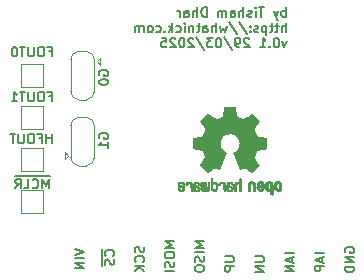
<source format=gbr>
%TF.GenerationSoftware,KiCad,Pcbnew,7.0.7*%
%TF.CreationDate,2025-04-13T10:38:35+09:30*%
%TF.ProjectId,MCP3909_Breakout,4d435033-3930-4395-9f42-7265616b6f75,rev?*%
%TF.SameCoordinates,Original*%
%TF.FileFunction,Legend,Bot*%
%TF.FilePolarity,Positive*%
%FSLAX46Y46*%
G04 Gerber Fmt 4.6, Leading zero omitted, Abs format (unit mm)*
G04 Created by KiCad (PCBNEW 7.0.7) date 2025-04-13 10:38:35*
%MOMM*%
%LPD*%
G01*
G04 APERTURE LIST*
%ADD10C,0.200000*%
%ADD11C,0.120000*%
%ADD12C,0.010000*%
G04 APERTURE END LIST*
D10*
X133749790Y-99293101D02*
X133711695Y-99216911D01*
X133711695Y-99216911D02*
X133711695Y-99102625D01*
X133711695Y-99102625D02*
X133749790Y-98988339D01*
X133749790Y-98988339D02*
X133825980Y-98912149D01*
X133825980Y-98912149D02*
X133902171Y-98874054D01*
X133902171Y-98874054D02*
X134054552Y-98835958D01*
X134054552Y-98835958D02*
X134168838Y-98835958D01*
X134168838Y-98835958D02*
X134321219Y-98874054D01*
X134321219Y-98874054D02*
X134397409Y-98912149D01*
X134397409Y-98912149D02*
X134473600Y-98988339D01*
X134473600Y-98988339D02*
X134511695Y-99102625D01*
X134511695Y-99102625D02*
X134511695Y-99178816D01*
X134511695Y-99178816D02*
X134473600Y-99293101D01*
X134473600Y-99293101D02*
X134435504Y-99331197D01*
X134435504Y-99331197D02*
X134168838Y-99331197D01*
X134168838Y-99331197D02*
X134168838Y-99178816D01*
X134511695Y-100093101D02*
X134511695Y-99635958D01*
X134511695Y-99864530D02*
X133711695Y-99864530D01*
X133711695Y-99864530D02*
X133825980Y-99788339D01*
X133825980Y-99788339D02*
X133902171Y-99712149D01*
X133902171Y-99712149D02*
X133940266Y-99635958D01*
X140099695Y-108018054D02*
X139299695Y-108018054D01*
X139299695Y-108018054D02*
X139871123Y-108284720D01*
X139871123Y-108284720D02*
X139299695Y-108551387D01*
X139299695Y-108551387D02*
X140099695Y-108551387D01*
X139299695Y-109084721D02*
X139299695Y-109237102D01*
X139299695Y-109237102D02*
X139337790Y-109313292D01*
X139337790Y-109313292D02*
X139413980Y-109389483D01*
X139413980Y-109389483D02*
X139566361Y-109427578D01*
X139566361Y-109427578D02*
X139833028Y-109427578D01*
X139833028Y-109427578D02*
X139985409Y-109389483D01*
X139985409Y-109389483D02*
X140061600Y-109313292D01*
X140061600Y-109313292D02*
X140099695Y-109237102D01*
X140099695Y-109237102D02*
X140099695Y-109084721D01*
X140099695Y-109084721D02*
X140061600Y-109008530D01*
X140061600Y-109008530D02*
X139985409Y-108932340D01*
X139985409Y-108932340D02*
X139833028Y-108894244D01*
X139833028Y-108894244D02*
X139566361Y-108894244D01*
X139566361Y-108894244D02*
X139413980Y-108932340D01*
X139413980Y-108932340D02*
X139337790Y-109008530D01*
X139337790Y-109008530D02*
X139299695Y-109084721D01*
X140061600Y-109732339D02*
X140099695Y-109846625D01*
X140099695Y-109846625D02*
X140099695Y-110037101D01*
X140099695Y-110037101D02*
X140061600Y-110113292D01*
X140061600Y-110113292D02*
X140023504Y-110151387D01*
X140023504Y-110151387D02*
X139947314Y-110189482D01*
X139947314Y-110189482D02*
X139871123Y-110189482D01*
X139871123Y-110189482D02*
X139794933Y-110151387D01*
X139794933Y-110151387D02*
X139756838Y-110113292D01*
X139756838Y-110113292D02*
X139718742Y-110037101D01*
X139718742Y-110037101D02*
X139680647Y-109884720D01*
X139680647Y-109884720D02*
X139642552Y-109808530D01*
X139642552Y-109808530D02*
X139604457Y-109770435D01*
X139604457Y-109770435D02*
X139528266Y-109732339D01*
X139528266Y-109732339D02*
X139452076Y-109732339D01*
X139452076Y-109732339D02*
X139375885Y-109770435D01*
X139375885Y-109770435D02*
X139337790Y-109808530D01*
X139337790Y-109808530D02*
X139299695Y-109884720D01*
X139299695Y-109884720D02*
X139299695Y-110075197D01*
X139299695Y-110075197D02*
X139337790Y-110189482D01*
X140099695Y-110532340D02*
X139299695Y-110532340D01*
X133749790Y-93959101D02*
X133711695Y-93882911D01*
X133711695Y-93882911D02*
X133711695Y-93768625D01*
X133711695Y-93768625D02*
X133749790Y-93654339D01*
X133749790Y-93654339D02*
X133825980Y-93578149D01*
X133825980Y-93578149D02*
X133902171Y-93540054D01*
X133902171Y-93540054D02*
X134054552Y-93501958D01*
X134054552Y-93501958D02*
X134168838Y-93501958D01*
X134168838Y-93501958D02*
X134321219Y-93540054D01*
X134321219Y-93540054D02*
X134397409Y-93578149D01*
X134397409Y-93578149D02*
X134473600Y-93654339D01*
X134473600Y-93654339D02*
X134511695Y-93768625D01*
X134511695Y-93768625D02*
X134511695Y-93844816D01*
X134511695Y-93844816D02*
X134473600Y-93959101D01*
X134473600Y-93959101D02*
X134435504Y-93997197D01*
X134435504Y-93997197D02*
X134168838Y-93997197D01*
X134168838Y-93997197D02*
X134168838Y-93844816D01*
X133711695Y-94492435D02*
X133711695Y-94568625D01*
X133711695Y-94568625D02*
X133749790Y-94644816D01*
X133749790Y-94644816D02*
X133787885Y-94682911D01*
X133787885Y-94682911D02*
X133864076Y-94721006D01*
X133864076Y-94721006D02*
X134016457Y-94759101D01*
X134016457Y-94759101D02*
X134206933Y-94759101D01*
X134206933Y-94759101D02*
X134359314Y-94721006D01*
X134359314Y-94721006D02*
X134435504Y-94682911D01*
X134435504Y-94682911D02*
X134473600Y-94644816D01*
X134473600Y-94644816D02*
X134511695Y-94568625D01*
X134511695Y-94568625D02*
X134511695Y-94492435D01*
X134511695Y-94492435D02*
X134473600Y-94416244D01*
X134473600Y-94416244D02*
X134435504Y-94378149D01*
X134435504Y-94378149D02*
X134359314Y-94340054D01*
X134359314Y-94340054D02*
X134206933Y-94301958D01*
X134206933Y-94301958D02*
X134016457Y-94301958D01*
X134016457Y-94301958D02*
X133864076Y-94340054D01*
X133864076Y-94340054D02*
X133787885Y-94378149D01*
X133787885Y-94378149D02*
X133749790Y-94416244D01*
X133749790Y-94416244D02*
X133711695Y-94492435D01*
X144379695Y-109288054D02*
X145027314Y-109288054D01*
X145027314Y-109288054D02*
X145103504Y-109326149D01*
X145103504Y-109326149D02*
X145141600Y-109364244D01*
X145141600Y-109364244D02*
X145179695Y-109440435D01*
X145179695Y-109440435D02*
X145179695Y-109592816D01*
X145179695Y-109592816D02*
X145141600Y-109669006D01*
X145141600Y-109669006D02*
X145103504Y-109707101D01*
X145103504Y-109707101D02*
X145027314Y-109745197D01*
X145027314Y-109745197D02*
X144379695Y-109745197D01*
X145179695Y-110126149D02*
X144379695Y-110126149D01*
X144379695Y-110126149D02*
X144379695Y-110430911D01*
X144379695Y-110430911D02*
X144417790Y-110507101D01*
X144417790Y-110507101D02*
X144455885Y-110545196D01*
X144455885Y-110545196D02*
X144532076Y-110583292D01*
X144532076Y-110583292D02*
X144646361Y-110583292D01*
X144646361Y-110583292D02*
X144722552Y-110545196D01*
X144722552Y-110545196D02*
X144760647Y-110507101D01*
X144760647Y-110507101D02*
X144798742Y-110430911D01*
X144798742Y-110430911D02*
X144798742Y-110126149D01*
X129471945Y-103523695D02*
X129471945Y-102723695D01*
X129471945Y-102723695D02*
X129205279Y-103295123D01*
X129205279Y-103295123D02*
X128938612Y-102723695D01*
X128938612Y-102723695D02*
X128938612Y-103523695D01*
X128100516Y-103447504D02*
X128138612Y-103485600D01*
X128138612Y-103485600D02*
X128252897Y-103523695D01*
X128252897Y-103523695D02*
X128329088Y-103523695D01*
X128329088Y-103523695D02*
X128443374Y-103485600D01*
X128443374Y-103485600D02*
X128519564Y-103409409D01*
X128519564Y-103409409D02*
X128557659Y-103333219D01*
X128557659Y-103333219D02*
X128595755Y-103180838D01*
X128595755Y-103180838D02*
X128595755Y-103066552D01*
X128595755Y-103066552D02*
X128557659Y-102914171D01*
X128557659Y-102914171D02*
X128519564Y-102837980D01*
X128519564Y-102837980D02*
X128443374Y-102761790D01*
X128443374Y-102761790D02*
X128329088Y-102723695D01*
X128329088Y-102723695D02*
X128252897Y-102723695D01*
X128252897Y-102723695D02*
X128138612Y-102761790D01*
X128138612Y-102761790D02*
X128100516Y-102799885D01*
X127376707Y-103523695D02*
X127757659Y-103523695D01*
X127757659Y-103523695D02*
X127757659Y-102723695D01*
X126652897Y-103523695D02*
X126919564Y-103142742D01*
X127110040Y-103523695D02*
X127110040Y-102723695D01*
X127110040Y-102723695D02*
X126805278Y-102723695D01*
X126805278Y-102723695D02*
X126729088Y-102761790D01*
X126729088Y-102761790D02*
X126690993Y-102799885D01*
X126690993Y-102799885D02*
X126652897Y-102876076D01*
X126652897Y-102876076D02*
X126652897Y-102990361D01*
X126652897Y-102990361D02*
X126690993Y-103066552D01*
X126690993Y-103066552D02*
X126729088Y-103104647D01*
X126729088Y-103104647D02*
X126805278Y-103142742D01*
X126805278Y-103142742D02*
X127110040Y-103142742D01*
X129582422Y-102501600D02*
X126580517Y-102501600D01*
X149537945Y-89009695D02*
X149537945Y-88209695D01*
X149537945Y-88514457D02*
X149461755Y-88476361D01*
X149461755Y-88476361D02*
X149309374Y-88476361D01*
X149309374Y-88476361D02*
X149233183Y-88514457D01*
X149233183Y-88514457D02*
X149195088Y-88552552D01*
X149195088Y-88552552D02*
X149156993Y-88628742D01*
X149156993Y-88628742D02*
X149156993Y-88857314D01*
X149156993Y-88857314D02*
X149195088Y-88933504D01*
X149195088Y-88933504D02*
X149233183Y-88971600D01*
X149233183Y-88971600D02*
X149309374Y-89009695D01*
X149309374Y-89009695D02*
X149461755Y-89009695D01*
X149461755Y-89009695D02*
X149537945Y-88971600D01*
X148890326Y-88476361D02*
X148699850Y-89009695D01*
X148509373Y-88476361D02*
X148699850Y-89009695D01*
X148699850Y-89009695D02*
X148776040Y-89200171D01*
X148776040Y-89200171D02*
X148814135Y-89238266D01*
X148814135Y-89238266D02*
X148890326Y-89276361D01*
X147709373Y-88209695D02*
X147252230Y-88209695D01*
X147480802Y-89009695D02*
X147480802Y-88209695D01*
X146985563Y-89009695D02*
X146985563Y-88476361D01*
X146985563Y-88209695D02*
X147023659Y-88247790D01*
X147023659Y-88247790D02*
X146985563Y-88285885D01*
X146985563Y-88285885D02*
X146947468Y-88247790D01*
X146947468Y-88247790D02*
X146985563Y-88209695D01*
X146985563Y-88209695D02*
X146985563Y-88285885D01*
X146642707Y-88971600D02*
X146566516Y-89009695D01*
X146566516Y-89009695D02*
X146414135Y-89009695D01*
X146414135Y-89009695D02*
X146337945Y-88971600D01*
X146337945Y-88971600D02*
X146299849Y-88895409D01*
X146299849Y-88895409D02*
X146299849Y-88857314D01*
X146299849Y-88857314D02*
X146337945Y-88781123D01*
X146337945Y-88781123D02*
X146414135Y-88743028D01*
X146414135Y-88743028D02*
X146528421Y-88743028D01*
X146528421Y-88743028D02*
X146604611Y-88704933D01*
X146604611Y-88704933D02*
X146642707Y-88628742D01*
X146642707Y-88628742D02*
X146642707Y-88590647D01*
X146642707Y-88590647D02*
X146604611Y-88514457D01*
X146604611Y-88514457D02*
X146528421Y-88476361D01*
X146528421Y-88476361D02*
X146414135Y-88476361D01*
X146414135Y-88476361D02*
X146337945Y-88514457D01*
X145956992Y-89009695D02*
X145956992Y-88209695D01*
X145614135Y-89009695D02*
X145614135Y-88590647D01*
X145614135Y-88590647D02*
X145652230Y-88514457D01*
X145652230Y-88514457D02*
X145728421Y-88476361D01*
X145728421Y-88476361D02*
X145842707Y-88476361D01*
X145842707Y-88476361D02*
X145918897Y-88514457D01*
X145918897Y-88514457D02*
X145956992Y-88552552D01*
X144890325Y-89009695D02*
X144890325Y-88590647D01*
X144890325Y-88590647D02*
X144928420Y-88514457D01*
X144928420Y-88514457D02*
X145004611Y-88476361D01*
X145004611Y-88476361D02*
X145156992Y-88476361D01*
X145156992Y-88476361D02*
X145233182Y-88514457D01*
X144890325Y-88971600D02*
X144966516Y-89009695D01*
X144966516Y-89009695D02*
X145156992Y-89009695D01*
X145156992Y-89009695D02*
X145233182Y-88971600D01*
X145233182Y-88971600D02*
X145271278Y-88895409D01*
X145271278Y-88895409D02*
X145271278Y-88819219D01*
X145271278Y-88819219D02*
X145233182Y-88743028D01*
X145233182Y-88743028D02*
X145156992Y-88704933D01*
X145156992Y-88704933D02*
X144966516Y-88704933D01*
X144966516Y-88704933D02*
X144890325Y-88666838D01*
X144509372Y-89009695D02*
X144509372Y-88476361D01*
X144509372Y-88552552D02*
X144471277Y-88514457D01*
X144471277Y-88514457D02*
X144395087Y-88476361D01*
X144395087Y-88476361D02*
X144280801Y-88476361D01*
X144280801Y-88476361D02*
X144204610Y-88514457D01*
X144204610Y-88514457D02*
X144166515Y-88590647D01*
X144166515Y-88590647D02*
X144166515Y-89009695D01*
X144166515Y-88590647D02*
X144128420Y-88514457D01*
X144128420Y-88514457D02*
X144052229Y-88476361D01*
X144052229Y-88476361D02*
X143937944Y-88476361D01*
X143937944Y-88476361D02*
X143861753Y-88514457D01*
X143861753Y-88514457D02*
X143823658Y-88590647D01*
X143823658Y-88590647D02*
X143823658Y-89009695D01*
X142833181Y-89009695D02*
X142833181Y-88209695D01*
X142833181Y-88209695D02*
X142642705Y-88209695D01*
X142642705Y-88209695D02*
X142528419Y-88247790D01*
X142528419Y-88247790D02*
X142452229Y-88323980D01*
X142452229Y-88323980D02*
X142414134Y-88400171D01*
X142414134Y-88400171D02*
X142376038Y-88552552D01*
X142376038Y-88552552D02*
X142376038Y-88666838D01*
X142376038Y-88666838D02*
X142414134Y-88819219D01*
X142414134Y-88819219D02*
X142452229Y-88895409D01*
X142452229Y-88895409D02*
X142528419Y-88971600D01*
X142528419Y-88971600D02*
X142642705Y-89009695D01*
X142642705Y-89009695D02*
X142833181Y-89009695D01*
X142033181Y-89009695D02*
X142033181Y-88209695D01*
X141690324Y-89009695D02*
X141690324Y-88590647D01*
X141690324Y-88590647D02*
X141728419Y-88514457D01*
X141728419Y-88514457D02*
X141804610Y-88476361D01*
X141804610Y-88476361D02*
X141918896Y-88476361D01*
X141918896Y-88476361D02*
X141995086Y-88514457D01*
X141995086Y-88514457D02*
X142033181Y-88552552D01*
X140966514Y-89009695D02*
X140966514Y-88590647D01*
X140966514Y-88590647D02*
X141004609Y-88514457D01*
X141004609Y-88514457D02*
X141080800Y-88476361D01*
X141080800Y-88476361D02*
X141233181Y-88476361D01*
X141233181Y-88476361D02*
X141309371Y-88514457D01*
X140966514Y-88971600D02*
X141042705Y-89009695D01*
X141042705Y-89009695D02*
X141233181Y-89009695D01*
X141233181Y-89009695D02*
X141309371Y-88971600D01*
X141309371Y-88971600D02*
X141347467Y-88895409D01*
X141347467Y-88895409D02*
X141347467Y-88819219D01*
X141347467Y-88819219D02*
X141309371Y-88743028D01*
X141309371Y-88743028D02*
X141233181Y-88704933D01*
X141233181Y-88704933D02*
X141042705Y-88704933D01*
X141042705Y-88704933D02*
X140966514Y-88666838D01*
X140585561Y-89009695D02*
X140585561Y-88476361D01*
X140585561Y-88628742D02*
X140547466Y-88552552D01*
X140547466Y-88552552D02*
X140509371Y-88514457D01*
X140509371Y-88514457D02*
X140433180Y-88476361D01*
X140433180Y-88476361D02*
X140356990Y-88476361D01*
X149537945Y-90297695D02*
X149537945Y-89497695D01*
X149195088Y-90297695D02*
X149195088Y-89878647D01*
X149195088Y-89878647D02*
X149233183Y-89802457D01*
X149233183Y-89802457D02*
X149309374Y-89764361D01*
X149309374Y-89764361D02*
X149423660Y-89764361D01*
X149423660Y-89764361D02*
X149499850Y-89802457D01*
X149499850Y-89802457D02*
X149537945Y-89840552D01*
X148928421Y-89764361D02*
X148623659Y-89764361D01*
X148814135Y-89497695D02*
X148814135Y-90183409D01*
X148814135Y-90183409D02*
X148776040Y-90259600D01*
X148776040Y-90259600D02*
X148699850Y-90297695D01*
X148699850Y-90297695D02*
X148623659Y-90297695D01*
X148471278Y-89764361D02*
X148166516Y-89764361D01*
X148356992Y-89497695D02*
X148356992Y-90183409D01*
X148356992Y-90183409D02*
X148318897Y-90259600D01*
X148318897Y-90259600D02*
X148242707Y-90297695D01*
X148242707Y-90297695D02*
X148166516Y-90297695D01*
X147899849Y-89764361D02*
X147899849Y-90564361D01*
X147899849Y-89802457D02*
X147823659Y-89764361D01*
X147823659Y-89764361D02*
X147671278Y-89764361D01*
X147671278Y-89764361D02*
X147595087Y-89802457D01*
X147595087Y-89802457D02*
X147556992Y-89840552D01*
X147556992Y-89840552D02*
X147518897Y-89916742D01*
X147518897Y-89916742D02*
X147518897Y-90145314D01*
X147518897Y-90145314D02*
X147556992Y-90221504D01*
X147556992Y-90221504D02*
X147595087Y-90259600D01*
X147595087Y-90259600D02*
X147671278Y-90297695D01*
X147671278Y-90297695D02*
X147823659Y-90297695D01*
X147823659Y-90297695D02*
X147899849Y-90259600D01*
X147214135Y-90259600D02*
X147137944Y-90297695D01*
X147137944Y-90297695D02*
X146985563Y-90297695D01*
X146985563Y-90297695D02*
X146909373Y-90259600D01*
X146909373Y-90259600D02*
X146871277Y-90183409D01*
X146871277Y-90183409D02*
X146871277Y-90145314D01*
X146871277Y-90145314D02*
X146909373Y-90069123D01*
X146909373Y-90069123D02*
X146985563Y-90031028D01*
X146985563Y-90031028D02*
X147099849Y-90031028D01*
X147099849Y-90031028D02*
X147176039Y-89992933D01*
X147176039Y-89992933D02*
X147214135Y-89916742D01*
X147214135Y-89916742D02*
X147214135Y-89878647D01*
X147214135Y-89878647D02*
X147176039Y-89802457D01*
X147176039Y-89802457D02*
X147099849Y-89764361D01*
X147099849Y-89764361D02*
X146985563Y-89764361D01*
X146985563Y-89764361D02*
X146909373Y-89802457D01*
X146528420Y-90221504D02*
X146490325Y-90259600D01*
X146490325Y-90259600D02*
X146528420Y-90297695D01*
X146528420Y-90297695D02*
X146566516Y-90259600D01*
X146566516Y-90259600D02*
X146528420Y-90221504D01*
X146528420Y-90221504D02*
X146528420Y-90297695D01*
X146528420Y-89802457D02*
X146490325Y-89840552D01*
X146490325Y-89840552D02*
X146528420Y-89878647D01*
X146528420Y-89878647D02*
X146566516Y-89840552D01*
X146566516Y-89840552D02*
X146528420Y-89802457D01*
X146528420Y-89802457D02*
X146528420Y-89878647D01*
X145576040Y-89459600D02*
X146261754Y-90488171D01*
X144737945Y-89459600D02*
X145423659Y-90488171D01*
X144547469Y-89764361D02*
X144395088Y-90297695D01*
X144395088Y-90297695D02*
X144242707Y-89916742D01*
X144242707Y-89916742D02*
X144090326Y-90297695D01*
X144090326Y-90297695D02*
X143937945Y-89764361D01*
X143633183Y-90297695D02*
X143633183Y-89497695D01*
X143290326Y-90297695D02*
X143290326Y-89878647D01*
X143290326Y-89878647D02*
X143328421Y-89802457D01*
X143328421Y-89802457D02*
X143404612Y-89764361D01*
X143404612Y-89764361D02*
X143518898Y-89764361D01*
X143518898Y-89764361D02*
X143595088Y-89802457D01*
X143595088Y-89802457D02*
X143633183Y-89840552D01*
X142566516Y-90297695D02*
X142566516Y-89878647D01*
X142566516Y-89878647D02*
X142604611Y-89802457D01*
X142604611Y-89802457D02*
X142680802Y-89764361D01*
X142680802Y-89764361D02*
X142833183Y-89764361D01*
X142833183Y-89764361D02*
X142909373Y-89802457D01*
X142566516Y-90259600D02*
X142642707Y-90297695D01*
X142642707Y-90297695D02*
X142833183Y-90297695D01*
X142833183Y-90297695D02*
X142909373Y-90259600D01*
X142909373Y-90259600D02*
X142947469Y-90183409D01*
X142947469Y-90183409D02*
X142947469Y-90107219D01*
X142947469Y-90107219D02*
X142909373Y-90031028D01*
X142909373Y-90031028D02*
X142833183Y-89992933D01*
X142833183Y-89992933D02*
X142642707Y-89992933D01*
X142642707Y-89992933D02*
X142566516Y-89954838D01*
X142299849Y-89764361D02*
X141995087Y-89764361D01*
X142185563Y-89497695D02*
X142185563Y-90183409D01*
X142185563Y-90183409D02*
X142147468Y-90259600D01*
X142147468Y-90259600D02*
X142071278Y-90297695D01*
X142071278Y-90297695D02*
X141995087Y-90297695D01*
X141728420Y-89764361D02*
X141728420Y-90297695D01*
X141728420Y-89840552D02*
X141690325Y-89802457D01*
X141690325Y-89802457D02*
X141614135Y-89764361D01*
X141614135Y-89764361D02*
X141499849Y-89764361D01*
X141499849Y-89764361D02*
X141423658Y-89802457D01*
X141423658Y-89802457D02*
X141385563Y-89878647D01*
X141385563Y-89878647D02*
X141385563Y-90297695D01*
X141004610Y-90297695D02*
X141004610Y-89764361D01*
X141004610Y-89497695D02*
X141042706Y-89535790D01*
X141042706Y-89535790D02*
X141004610Y-89573885D01*
X141004610Y-89573885D02*
X140966515Y-89535790D01*
X140966515Y-89535790D02*
X141004610Y-89497695D01*
X141004610Y-89497695D02*
X141004610Y-89573885D01*
X140280801Y-90259600D02*
X140356992Y-90297695D01*
X140356992Y-90297695D02*
X140509373Y-90297695D01*
X140509373Y-90297695D02*
X140585563Y-90259600D01*
X140585563Y-90259600D02*
X140623658Y-90221504D01*
X140623658Y-90221504D02*
X140661754Y-90145314D01*
X140661754Y-90145314D02*
X140661754Y-89916742D01*
X140661754Y-89916742D02*
X140623658Y-89840552D01*
X140623658Y-89840552D02*
X140585563Y-89802457D01*
X140585563Y-89802457D02*
X140509373Y-89764361D01*
X140509373Y-89764361D02*
X140356992Y-89764361D01*
X140356992Y-89764361D02*
X140280801Y-89802457D01*
X139937944Y-90297695D02*
X139937944Y-89497695D01*
X139861754Y-89992933D02*
X139633182Y-90297695D01*
X139633182Y-89764361D02*
X139937944Y-90069123D01*
X139290325Y-90221504D02*
X139252230Y-90259600D01*
X139252230Y-90259600D02*
X139290325Y-90297695D01*
X139290325Y-90297695D02*
X139328421Y-90259600D01*
X139328421Y-90259600D02*
X139290325Y-90221504D01*
X139290325Y-90221504D02*
X139290325Y-90297695D01*
X138566516Y-90259600D02*
X138642707Y-90297695D01*
X138642707Y-90297695D02*
X138795088Y-90297695D01*
X138795088Y-90297695D02*
X138871278Y-90259600D01*
X138871278Y-90259600D02*
X138909373Y-90221504D01*
X138909373Y-90221504D02*
X138947469Y-90145314D01*
X138947469Y-90145314D02*
X138947469Y-89916742D01*
X138947469Y-89916742D02*
X138909373Y-89840552D01*
X138909373Y-89840552D02*
X138871278Y-89802457D01*
X138871278Y-89802457D02*
X138795088Y-89764361D01*
X138795088Y-89764361D02*
X138642707Y-89764361D01*
X138642707Y-89764361D02*
X138566516Y-89802457D01*
X138109374Y-90297695D02*
X138185564Y-90259600D01*
X138185564Y-90259600D02*
X138223659Y-90221504D01*
X138223659Y-90221504D02*
X138261755Y-90145314D01*
X138261755Y-90145314D02*
X138261755Y-89916742D01*
X138261755Y-89916742D02*
X138223659Y-89840552D01*
X138223659Y-89840552D02*
X138185564Y-89802457D01*
X138185564Y-89802457D02*
X138109374Y-89764361D01*
X138109374Y-89764361D02*
X137995088Y-89764361D01*
X137995088Y-89764361D02*
X137918897Y-89802457D01*
X137918897Y-89802457D02*
X137880802Y-89840552D01*
X137880802Y-89840552D02*
X137842707Y-89916742D01*
X137842707Y-89916742D02*
X137842707Y-90145314D01*
X137842707Y-90145314D02*
X137880802Y-90221504D01*
X137880802Y-90221504D02*
X137918897Y-90259600D01*
X137918897Y-90259600D02*
X137995088Y-90297695D01*
X137995088Y-90297695D02*
X138109374Y-90297695D01*
X137499849Y-90297695D02*
X137499849Y-89764361D01*
X137499849Y-89840552D02*
X137461754Y-89802457D01*
X137461754Y-89802457D02*
X137385564Y-89764361D01*
X137385564Y-89764361D02*
X137271278Y-89764361D01*
X137271278Y-89764361D02*
X137195087Y-89802457D01*
X137195087Y-89802457D02*
X137156992Y-89878647D01*
X137156992Y-89878647D02*
X137156992Y-90297695D01*
X137156992Y-89878647D02*
X137118897Y-89802457D01*
X137118897Y-89802457D02*
X137042706Y-89764361D01*
X137042706Y-89764361D02*
X136928421Y-89764361D01*
X136928421Y-89764361D02*
X136852230Y-89802457D01*
X136852230Y-89802457D02*
X136814135Y-89878647D01*
X136814135Y-89878647D02*
X136814135Y-90297695D01*
X149614136Y-91052361D02*
X149423660Y-91585695D01*
X149423660Y-91585695D02*
X149233183Y-91052361D01*
X148776040Y-90785695D02*
X148699850Y-90785695D01*
X148699850Y-90785695D02*
X148623659Y-90823790D01*
X148623659Y-90823790D02*
X148585564Y-90861885D01*
X148585564Y-90861885D02*
X148547469Y-90938076D01*
X148547469Y-90938076D02*
X148509374Y-91090457D01*
X148509374Y-91090457D02*
X148509374Y-91280933D01*
X148509374Y-91280933D02*
X148547469Y-91433314D01*
X148547469Y-91433314D02*
X148585564Y-91509504D01*
X148585564Y-91509504D02*
X148623659Y-91547600D01*
X148623659Y-91547600D02*
X148699850Y-91585695D01*
X148699850Y-91585695D02*
X148776040Y-91585695D01*
X148776040Y-91585695D02*
X148852231Y-91547600D01*
X148852231Y-91547600D02*
X148890326Y-91509504D01*
X148890326Y-91509504D02*
X148928421Y-91433314D01*
X148928421Y-91433314D02*
X148966517Y-91280933D01*
X148966517Y-91280933D02*
X148966517Y-91090457D01*
X148966517Y-91090457D02*
X148928421Y-90938076D01*
X148928421Y-90938076D02*
X148890326Y-90861885D01*
X148890326Y-90861885D02*
X148852231Y-90823790D01*
X148852231Y-90823790D02*
X148776040Y-90785695D01*
X148166516Y-91509504D02*
X148128421Y-91547600D01*
X148128421Y-91547600D02*
X148166516Y-91585695D01*
X148166516Y-91585695D02*
X148204612Y-91547600D01*
X148204612Y-91547600D02*
X148166516Y-91509504D01*
X148166516Y-91509504D02*
X148166516Y-91585695D01*
X147366517Y-91585695D02*
X147823660Y-91585695D01*
X147595088Y-91585695D02*
X147595088Y-90785695D01*
X147595088Y-90785695D02*
X147671279Y-90899980D01*
X147671279Y-90899980D02*
X147747469Y-90976171D01*
X147747469Y-90976171D02*
X147823660Y-91014266D01*
X146452231Y-90861885D02*
X146414135Y-90823790D01*
X146414135Y-90823790D02*
X146337945Y-90785695D01*
X146337945Y-90785695D02*
X146147469Y-90785695D01*
X146147469Y-90785695D02*
X146071278Y-90823790D01*
X146071278Y-90823790D02*
X146033183Y-90861885D01*
X146033183Y-90861885D02*
X145995088Y-90938076D01*
X145995088Y-90938076D02*
X145995088Y-91014266D01*
X145995088Y-91014266D02*
X146033183Y-91128552D01*
X146033183Y-91128552D02*
X146490326Y-91585695D01*
X146490326Y-91585695D02*
X145995088Y-91585695D01*
X145614135Y-91585695D02*
X145461754Y-91585695D01*
X145461754Y-91585695D02*
X145385564Y-91547600D01*
X145385564Y-91547600D02*
X145347468Y-91509504D01*
X145347468Y-91509504D02*
X145271278Y-91395219D01*
X145271278Y-91395219D02*
X145233183Y-91242838D01*
X145233183Y-91242838D02*
X145233183Y-90938076D01*
X145233183Y-90938076D02*
X145271278Y-90861885D01*
X145271278Y-90861885D02*
X145309373Y-90823790D01*
X145309373Y-90823790D02*
X145385564Y-90785695D01*
X145385564Y-90785695D02*
X145537945Y-90785695D01*
X145537945Y-90785695D02*
X145614135Y-90823790D01*
X145614135Y-90823790D02*
X145652230Y-90861885D01*
X145652230Y-90861885D02*
X145690326Y-90938076D01*
X145690326Y-90938076D02*
X145690326Y-91128552D01*
X145690326Y-91128552D02*
X145652230Y-91204742D01*
X145652230Y-91204742D02*
X145614135Y-91242838D01*
X145614135Y-91242838D02*
X145537945Y-91280933D01*
X145537945Y-91280933D02*
X145385564Y-91280933D01*
X145385564Y-91280933D02*
X145309373Y-91242838D01*
X145309373Y-91242838D02*
X145271278Y-91204742D01*
X145271278Y-91204742D02*
X145233183Y-91128552D01*
X144318897Y-90747600D02*
X145004611Y-91776171D01*
X143899849Y-90785695D02*
X143823659Y-90785695D01*
X143823659Y-90785695D02*
X143747468Y-90823790D01*
X143747468Y-90823790D02*
X143709373Y-90861885D01*
X143709373Y-90861885D02*
X143671278Y-90938076D01*
X143671278Y-90938076D02*
X143633183Y-91090457D01*
X143633183Y-91090457D02*
X143633183Y-91280933D01*
X143633183Y-91280933D02*
X143671278Y-91433314D01*
X143671278Y-91433314D02*
X143709373Y-91509504D01*
X143709373Y-91509504D02*
X143747468Y-91547600D01*
X143747468Y-91547600D02*
X143823659Y-91585695D01*
X143823659Y-91585695D02*
X143899849Y-91585695D01*
X143899849Y-91585695D02*
X143976040Y-91547600D01*
X143976040Y-91547600D02*
X144014135Y-91509504D01*
X144014135Y-91509504D02*
X144052230Y-91433314D01*
X144052230Y-91433314D02*
X144090326Y-91280933D01*
X144090326Y-91280933D02*
X144090326Y-91090457D01*
X144090326Y-91090457D02*
X144052230Y-90938076D01*
X144052230Y-90938076D02*
X144014135Y-90861885D01*
X144014135Y-90861885D02*
X143976040Y-90823790D01*
X143976040Y-90823790D02*
X143899849Y-90785695D01*
X143366516Y-90785695D02*
X142871278Y-90785695D01*
X142871278Y-90785695D02*
X143137944Y-91090457D01*
X143137944Y-91090457D02*
X143023659Y-91090457D01*
X143023659Y-91090457D02*
X142947468Y-91128552D01*
X142947468Y-91128552D02*
X142909373Y-91166647D01*
X142909373Y-91166647D02*
X142871278Y-91242838D01*
X142871278Y-91242838D02*
X142871278Y-91433314D01*
X142871278Y-91433314D02*
X142909373Y-91509504D01*
X142909373Y-91509504D02*
X142947468Y-91547600D01*
X142947468Y-91547600D02*
X143023659Y-91585695D01*
X143023659Y-91585695D02*
X143252230Y-91585695D01*
X143252230Y-91585695D02*
X143328421Y-91547600D01*
X143328421Y-91547600D02*
X143366516Y-91509504D01*
X141956992Y-90747600D02*
X142642706Y-91776171D01*
X141728421Y-90861885D02*
X141690325Y-90823790D01*
X141690325Y-90823790D02*
X141614135Y-90785695D01*
X141614135Y-90785695D02*
X141423659Y-90785695D01*
X141423659Y-90785695D02*
X141347468Y-90823790D01*
X141347468Y-90823790D02*
X141309373Y-90861885D01*
X141309373Y-90861885D02*
X141271278Y-90938076D01*
X141271278Y-90938076D02*
X141271278Y-91014266D01*
X141271278Y-91014266D02*
X141309373Y-91128552D01*
X141309373Y-91128552D02*
X141766516Y-91585695D01*
X141766516Y-91585695D02*
X141271278Y-91585695D01*
X140776039Y-90785695D02*
X140699849Y-90785695D01*
X140699849Y-90785695D02*
X140623658Y-90823790D01*
X140623658Y-90823790D02*
X140585563Y-90861885D01*
X140585563Y-90861885D02*
X140547468Y-90938076D01*
X140547468Y-90938076D02*
X140509373Y-91090457D01*
X140509373Y-91090457D02*
X140509373Y-91280933D01*
X140509373Y-91280933D02*
X140547468Y-91433314D01*
X140547468Y-91433314D02*
X140585563Y-91509504D01*
X140585563Y-91509504D02*
X140623658Y-91547600D01*
X140623658Y-91547600D02*
X140699849Y-91585695D01*
X140699849Y-91585695D02*
X140776039Y-91585695D01*
X140776039Y-91585695D02*
X140852230Y-91547600D01*
X140852230Y-91547600D02*
X140890325Y-91509504D01*
X140890325Y-91509504D02*
X140928420Y-91433314D01*
X140928420Y-91433314D02*
X140966516Y-91280933D01*
X140966516Y-91280933D02*
X140966516Y-91090457D01*
X140966516Y-91090457D02*
X140928420Y-90938076D01*
X140928420Y-90938076D02*
X140890325Y-90861885D01*
X140890325Y-90861885D02*
X140852230Y-90823790D01*
X140852230Y-90823790D02*
X140776039Y-90785695D01*
X140204611Y-90861885D02*
X140166515Y-90823790D01*
X140166515Y-90823790D02*
X140090325Y-90785695D01*
X140090325Y-90785695D02*
X139899849Y-90785695D01*
X139899849Y-90785695D02*
X139823658Y-90823790D01*
X139823658Y-90823790D02*
X139785563Y-90861885D01*
X139785563Y-90861885D02*
X139747468Y-90938076D01*
X139747468Y-90938076D02*
X139747468Y-91014266D01*
X139747468Y-91014266D02*
X139785563Y-91128552D01*
X139785563Y-91128552D02*
X140242706Y-91585695D01*
X140242706Y-91585695D02*
X139747468Y-91585695D01*
X139023658Y-90785695D02*
X139404610Y-90785695D01*
X139404610Y-90785695D02*
X139442706Y-91166647D01*
X139442706Y-91166647D02*
X139404610Y-91128552D01*
X139404610Y-91128552D02*
X139328420Y-91090457D01*
X139328420Y-91090457D02*
X139137944Y-91090457D01*
X139137944Y-91090457D02*
X139061753Y-91128552D01*
X139061753Y-91128552D02*
X139023658Y-91166647D01*
X139023658Y-91166647D02*
X138985563Y-91242838D01*
X138985563Y-91242838D02*
X138985563Y-91433314D01*
X138985563Y-91433314D02*
X139023658Y-91509504D01*
X139023658Y-91509504D02*
X139061753Y-91547600D01*
X139061753Y-91547600D02*
X139137944Y-91585695D01*
X139137944Y-91585695D02*
X139328420Y-91585695D01*
X139328420Y-91585695D02*
X139404610Y-91547600D01*
X139404610Y-91547600D02*
X139442706Y-91509504D01*
X137521600Y-108487958D02*
X137559695Y-108602244D01*
X137559695Y-108602244D02*
X137559695Y-108792720D01*
X137559695Y-108792720D02*
X137521600Y-108868911D01*
X137521600Y-108868911D02*
X137483504Y-108907006D01*
X137483504Y-108907006D02*
X137407314Y-108945101D01*
X137407314Y-108945101D02*
X137331123Y-108945101D01*
X137331123Y-108945101D02*
X137254933Y-108907006D01*
X137254933Y-108907006D02*
X137216838Y-108868911D01*
X137216838Y-108868911D02*
X137178742Y-108792720D01*
X137178742Y-108792720D02*
X137140647Y-108640339D01*
X137140647Y-108640339D02*
X137102552Y-108564149D01*
X137102552Y-108564149D02*
X137064457Y-108526054D01*
X137064457Y-108526054D02*
X136988266Y-108487958D01*
X136988266Y-108487958D02*
X136912076Y-108487958D01*
X136912076Y-108487958D02*
X136835885Y-108526054D01*
X136835885Y-108526054D02*
X136797790Y-108564149D01*
X136797790Y-108564149D02*
X136759695Y-108640339D01*
X136759695Y-108640339D02*
X136759695Y-108830816D01*
X136759695Y-108830816D02*
X136797790Y-108945101D01*
X137483504Y-109745102D02*
X137521600Y-109707006D01*
X137521600Y-109707006D02*
X137559695Y-109592721D01*
X137559695Y-109592721D02*
X137559695Y-109516530D01*
X137559695Y-109516530D02*
X137521600Y-109402244D01*
X137521600Y-109402244D02*
X137445409Y-109326054D01*
X137445409Y-109326054D02*
X137369219Y-109287959D01*
X137369219Y-109287959D02*
X137216838Y-109249863D01*
X137216838Y-109249863D02*
X137102552Y-109249863D01*
X137102552Y-109249863D02*
X136950171Y-109287959D01*
X136950171Y-109287959D02*
X136873980Y-109326054D01*
X136873980Y-109326054D02*
X136797790Y-109402244D01*
X136797790Y-109402244D02*
X136759695Y-109516530D01*
X136759695Y-109516530D02*
X136759695Y-109592721D01*
X136759695Y-109592721D02*
X136797790Y-109707006D01*
X136797790Y-109707006D02*
X136835885Y-109745102D01*
X137559695Y-110087959D02*
X136759695Y-110087959D01*
X137559695Y-110545102D02*
X137102552Y-110202244D01*
X136759695Y-110545102D02*
X137216838Y-110087959D01*
X142639695Y-108018054D02*
X141839695Y-108018054D01*
X141839695Y-108018054D02*
X142411123Y-108284720D01*
X142411123Y-108284720D02*
X141839695Y-108551387D01*
X141839695Y-108551387D02*
X142639695Y-108551387D01*
X142639695Y-108932340D02*
X141839695Y-108932340D01*
X142601600Y-109275196D02*
X142639695Y-109389482D01*
X142639695Y-109389482D02*
X142639695Y-109579958D01*
X142639695Y-109579958D02*
X142601600Y-109656149D01*
X142601600Y-109656149D02*
X142563504Y-109694244D01*
X142563504Y-109694244D02*
X142487314Y-109732339D01*
X142487314Y-109732339D02*
X142411123Y-109732339D01*
X142411123Y-109732339D02*
X142334933Y-109694244D01*
X142334933Y-109694244D02*
X142296838Y-109656149D01*
X142296838Y-109656149D02*
X142258742Y-109579958D01*
X142258742Y-109579958D02*
X142220647Y-109427577D01*
X142220647Y-109427577D02*
X142182552Y-109351387D01*
X142182552Y-109351387D02*
X142144457Y-109313292D01*
X142144457Y-109313292D02*
X142068266Y-109275196D01*
X142068266Y-109275196D02*
X141992076Y-109275196D01*
X141992076Y-109275196D02*
X141915885Y-109313292D01*
X141915885Y-109313292D02*
X141877790Y-109351387D01*
X141877790Y-109351387D02*
X141839695Y-109427577D01*
X141839695Y-109427577D02*
X141839695Y-109618054D01*
X141839695Y-109618054D02*
X141877790Y-109732339D01*
X141839695Y-110227578D02*
X141839695Y-110379959D01*
X141839695Y-110379959D02*
X141877790Y-110456149D01*
X141877790Y-110456149D02*
X141953980Y-110532340D01*
X141953980Y-110532340D02*
X142106361Y-110570435D01*
X142106361Y-110570435D02*
X142373028Y-110570435D01*
X142373028Y-110570435D02*
X142525409Y-110532340D01*
X142525409Y-110532340D02*
X142601600Y-110456149D01*
X142601600Y-110456149D02*
X142639695Y-110379959D01*
X142639695Y-110379959D02*
X142639695Y-110227578D01*
X142639695Y-110227578D02*
X142601600Y-110151387D01*
X142601600Y-110151387D02*
X142525409Y-110075197D01*
X142525409Y-110075197D02*
X142373028Y-110037101D01*
X142373028Y-110037101D02*
X142106361Y-110037101D01*
X142106361Y-110037101D02*
X141953980Y-110075197D01*
X141953980Y-110075197D02*
X141877790Y-110151387D01*
X141877790Y-110151387D02*
X141839695Y-110227578D01*
X129459279Y-95738647D02*
X129725945Y-95738647D01*
X129725945Y-96157695D02*
X129725945Y-95357695D01*
X129725945Y-95357695D02*
X129344993Y-95357695D01*
X128887850Y-95357695D02*
X128735469Y-95357695D01*
X128735469Y-95357695D02*
X128659279Y-95395790D01*
X128659279Y-95395790D02*
X128583088Y-95471980D01*
X128583088Y-95471980D02*
X128544993Y-95624361D01*
X128544993Y-95624361D02*
X128544993Y-95891028D01*
X128544993Y-95891028D02*
X128583088Y-96043409D01*
X128583088Y-96043409D02*
X128659279Y-96119600D01*
X128659279Y-96119600D02*
X128735469Y-96157695D01*
X128735469Y-96157695D02*
X128887850Y-96157695D01*
X128887850Y-96157695D02*
X128964041Y-96119600D01*
X128964041Y-96119600D02*
X129040231Y-96043409D01*
X129040231Y-96043409D02*
X129078327Y-95891028D01*
X129078327Y-95891028D02*
X129078327Y-95624361D01*
X129078327Y-95624361D02*
X129040231Y-95471980D01*
X129040231Y-95471980D02*
X128964041Y-95395790D01*
X128964041Y-95395790D02*
X128887850Y-95357695D01*
X128202136Y-95357695D02*
X128202136Y-96005314D01*
X128202136Y-96005314D02*
X128164041Y-96081504D01*
X128164041Y-96081504D02*
X128125946Y-96119600D01*
X128125946Y-96119600D02*
X128049755Y-96157695D01*
X128049755Y-96157695D02*
X127897374Y-96157695D01*
X127897374Y-96157695D02*
X127821184Y-96119600D01*
X127821184Y-96119600D02*
X127783089Y-96081504D01*
X127783089Y-96081504D02*
X127744993Y-96005314D01*
X127744993Y-96005314D02*
X127744993Y-95357695D01*
X127478327Y-95357695D02*
X127021184Y-95357695D01*
X127249756Y-96157695D02*
X127249756Y-95357695D01*
X126335470Y-96157695D02*
X126792613Y-96157695D01*
X126564041Y-96157695D02*
X126564041Y-95357695D01*
X126564041Y-95357695D02*
X126640232Y-95471980D01*
X126640232Y-95471980D02*
X126716422Y-95548171D01*
X126716422Y-95548171D02*
X126792613Y-95586266D01*
X150259695Y-109034054D02*
X149459695Y-109034054D01*
X150031123Y-109376910D02*
X150031123Y-109757863D01*
X150259695Y-109300720D02*
X149459695Y-109567387D01*
X149459695Y-109567387D02*
X150259695Y-109834053D01*
X150259695Y-110100720D02*
X149459695Y-110100720D01*
X149459695Y-110100720D02*
X150259695Y-110557863D01*
X150259695Y-110557863D02*
X149459695Y-110557863D01*
X154577790Y-108945101D02*
X154539695Y-108868911D01*
X154539695Y-108868911D02*
X154539695Y-108754625D01*
X154539695Y-108754625D02*
X154577790Y-108640339D01*
X154577790Y-108640339D02*
X154653980Y-108564149D01*
X154653980Y-108564149D02*
X154730171Y-108526054D01*
X154730171Y-108526054D02*
X154882552Y-108487958D01*
X154882552Y-108487958D02*
X154996838Y-108487958D01*
X154996838Y-108487958D02*
X155149219Y-108526054D01*
X155149219Y-108526054D02*
X155225409Y-108564149D01*
X155225409Y-108564149D02*
X155301600Y-108640339D01*
X155301600Y-108640339D02*
X155339695Y-108754625D01*
X155339695Y-108754625D02*
X155339695Y-108830816D01*
X155339695Y-108830816D02*
X155301600Y-108945101D01*
X155301600Y-108945101D02*
X155263504Y-108983197D01*
X155263504Y-108983197D02*
X154996838Y-108983197D01*
X154996838Y-108983197D02*
X154996838Y-108830816D01*
X155339695Y-109326054D02*
X154539695Y-109326054D01*
X154539695Y-109326054D02*
X155339695Y-109783197D01*
X155339695Y-109783197D02*
X154539695Y-109783197D01*
X155339695Y-110164149D02*
X154539695Y-110164149D01*
X154539695Y-110164149D02*
X154539695Y-110354625D01*
X154539695Y-110354625D02*
X154577790Y-110468911D01*
X154577790Y-110468911D02*
X154653980Y-110545101D01*
X154653980Y-110545101D02*
X154730171Y-110583196D01*
X154730171Y-110583196D02*
X154882552Y-110621292D01*
X154882552Y-110621292D02*
X154996838Y-110621292D01*
X154996838Y-110621292D02*
X155149219Y-110583196D01*
X155149219Y-110583196D02*
X155225409Y-110545101D01*
X155225409Y-110545101D02*
X155301600Y-110468911D01*
X155301600Y-110468911D02*
X155339695Y-110354625D01*
X155339695Y-110354625D02*
X155339695Y-110164149D01*
X131679695Y-108665768D02*
X132479695Y-108932435D01*
X132479695Y-108932435D02*
X131679695Y-109199101D01*
X132479695Y-109465768D02*
X131679695Y-109465768D01*
X132479695Y-109846720D02*
X131679695Y-109846720D01*
X131679695Y-109846720D02*
X132479695Y-110303863D01*
X132479695Y-110303863D02*
X131679695Y-110303863D01*
X134943504Y-109237197D02*
X134981600Y-109199101D01*
X134981600Y-109199101D02*
X135019695Y-109084816D01*
X135019695Y-109084816D02*
X135019695Y-109008625D01*
X135019695Y-109008625D02*
X134981600Y-108894339D01*
X134981600Y-108894339D02*
X134905409Y-108818149D01*
X134905409Y-108818149D02*
X134829219Y-108780054D01*
X134829219Y-108780054D02*
X134676838Y-108741958D01*
X134676838Y-108741958D02*
X134562552Y-108741958D01*
X134562552Y-108741958D02*
X134410171Y-108780054D01*
X134410171Y-108780054D02*
X134333980Y-108818149D01*
X134333980Y-108818149D02*
X134257790Y-108894339D01*
X134257790Y-108894339D02*
X134219695Y-109008625D01*
X134219695Y-109008625D02*
X134219695Y-109084816D01*
X134219695Y-109084816D02*
X134257790Y-109199101D01*
X134257790Y-109199101D02*
X134295885Y-109237197D01*
X134981600Y-109541958D02*
X135019695Y-109656244D01*
X135019695Y-109656244D02*
X135019695Y-109846720D01*
X135019695Y-109846720D02*
X134981600Y-109922911D01*
X134981600Y-109922911D02*
X134943504Y-109961006D01*
X134943504Y-109961006D02*
X134867314Y-109999101D01*
X134867314Y-109999101D02*
X134791123Y-109999101D01*
X134791123Y-109999101D02*
X134714933Y-109961006D01*
X134714933Y-109961006D02*
X134676838Y-109922911D01*
X134676838Y-109922911D02*
X134638742Y-109846720D01*
X134638742Y-109846720D02*
X134600647Y-109694339D01*
X134600647Y-109694339D02*
X134562552Y-109618149D01*
X134562552Y-109618149D02*
X134524457Y-109580054D01*
X134524457Y-109580054D02*
X134448266Y-109541958D01*
X134448266Y-109541958D02*
X134372076Y-109541958D01*
X134372076Y-109541958D02*
X134295885Y-109580054D01*
X134295885Y-109580054D02*
X134257790Y-109618149D01*
X134257790Y-109618149D02*
X134219695Y-109694339D01*
X134219695Y-109694339D02*
X134219695Y-109884816D01*
X134219695Y-109884816D02*
X134257790Y-109999101D01*
X133997600Y-108669578D02*
X133997600Y-110071483D01*
X129459279Y-91928647D02*
X129725945Y-91928647D01*
X129725945Y-92347695D02*
X129725945Y-91547695D01*
X129725945Y-91547695D02*
X129344993Y-91547695D01*
X128887850Y-91547695D02*
X128735469Y-91547695D01*
X128735469Y-91547695D02*
X128659279Y-91585790D01*
X128659279Y-91585790D02*
X128583088Y-91661980D01*
X128583088Y-91661980D02*
X128544993Y-91814361D01*
X128544993Y-91814361D02*
X128544993Y-92081028D01*
X128544993Y-92081028D02*
X128583088Y-92233409D01*
X128583088Y-92233409D02*
X128659279Y-92309600D01*
X128659279Y-92309600D02*
X128735469Y-92347695D01*
X128735469Y-92347695D02*
X128887850Y-92347695D01*
X128887850Y-92347695D02*
X128964041Y-92309600D01*
X128964041Y-92309600D02*
X129040231Y-92233409D01*
X129040231Y-92233409D02*
X129078327Y-92081028D01*
X129078327Y-92081028D02*
X129078327Y-91814361D01*
X129078327Y-91814361D02*
X129040231Y-91661980D01*
X129040231Y-91661980D02*
X128964041Y-91585790D01*
X128964041Y-91585790D02*
X128887850Y-91547695D01*
X128202136Y-91547695D02*
X128202136Y-92195314D01*
X128202136Y-92195314D02*
X128164041Y-92271504D01*
X128164041Y-92271504D02*
X128125946Y-92309600D01*
X128125946Y-92309600D02*
X128049755Y-92347695D01*
X128049755Y-92347695D02*
X127897374Y-92347695D01*
X127897374Y-92347695D02*
X127821184Y-92309600D01*
X127821184Y-92309600D02*
X127783089Y-92271504D01*
X127783089Y-92271504D02*
X127744993Y-92195314D01*
X127744993Y-92195314D02*
X127744993Y-91547695D01*
X127478327Y-91547695D02*
X127021184Y-91547695D01*
X127249756Y-92347695D02*
X127249756Y-91547695D01*
X126602136Y-91547695D02*
X126525946Y-91547695D01*
X126525946Y-91547695D02*
X126449755Y-91585790D01*
X126449755Y-91585790D02*
X126411660Y-91623885D01*
X126411660Y-91623885D02*
X126373565Y-91700076D01*
X126373565Y-91700076D02*
X126335470Y-91852457D01*
X126335470Y-91852457D02*
X126335470Y-92042933D01*
X126335470Y-92042933D02*
X126373565Y-92195314D01*
X126373565Y-92195314D02*
X126411660Y-92271504D01*
X126411660Y-92271504D02*
X126449755Y-92309600D01*
X126449755Y-92309600D02*
X126525946Y-92347695D01*
X126525946Y-92347695D02*
X126602136Y-92347695D01*
X126602136Y-92347695D02*
X126678327Y-92309600D01*
X126678327Y-92309600D02*
X126716422Y-92271504D01*
X126716422Y-92271504D02*
X126754517Y-92195314D01*
X126754517Y-92195314D02*
X126792613Y-92042933D01*
X126792613Y-92042933D02*
X126792613Y-91852457D01*
X126792613Y-91852457D02*
X126754517Y-91700076D01*
X126754517Y-91700076D02*
X126716422Y-91623885D01*
X126716422Y-91623885D02*
X126678327Y-91585790D01*
X126678327Y-91585790D02*
X126602136Y-91547695D01*
X146919695Y-109288054D02*
X147567314Y-109288054D01*
X147567314Y-109288054D02*
X147643504Y-109326149D01*
X147643504Y-109326149D02*
X147681600Y-109364244D01*
X147681600Y-109364244D02*
X147719695Y-109440435D01*
X147719695Y-109440435D02*
X147719695Y-109592816D01*
X147719695Y-109592816D02*
X147681600Y-109669006D01*
X147681600Y-109669006D02*
X147643504Y-109707101D01*
X147643504Y-109707101D02*
X147567314Y-109745197D01*
X147567314Y-109745197D02*
X146919695Y-109745197D01*
X147719695Y-110126149D02*
X146919695Y-110126149D01*
X146919695Y-110126149D02*
X147719695Y-110583292D01*
X147719695Y-110583292D02*
X146919695Y-110583292D01*
X129725945Y-99713695D02*
X129725945Y-98913695D01*
X129725945Y-99294647D02*
X129268802Y-99294647D01*
X129268802Y-99713695D02*
X129268802Y-98913695D01*
X128621184Y-99294647D02*
X128887850Y-99294647D01*
X128887850Y-99713695D02*
X128887850Y-98913695D01*
X128887850Y-98913695D02*
X128506898Y-98913695D01*
X128049755Y-98913695D02*
X127897374Y-98913695D01*
X127897374Y-98913695D02*
X127821184Y-98951790D01*
X127821184Y-98951790D02*
X127744993Y-99027980D01*
X127744993Y-99027980D02*
X127706898Y-99180361D01*
X127706898Y-99180361D02*
X127706898Y-99447028D01*
X127706898Y-99447028D02*
X127744993Y-99599409D01*
X127744993Y-99599409D02*
X127821184Y-99675600D01*
X127821184Y-99675600D02*
X127897374Y-99713695D01*
X127897374Y-99713695D02*
X128049755Y-99713695D01*
X128049755Y-99713695D02*
X128125946Y-99675600D01*
X128125946Y-99675600D02*
X128202136Y-99599409D01*
X128202136Y-99599409D02*
X128240232Y-99447028D01*
X128240232Y-99447028D02*
X128240232Y-99180361D01*
X128240232Y-99180361D02*
X128202136Y-99027980D01*
X128202136Y-99027980D02*
X128125946Y-98951790D01*
X128125946Y-98951790D02*
X128049755Y-98913695D01*
X127364041Y-98913695D02*
X127364041Y-99561314D01*
X127364041Y-99561314D02*
X127325946Y-99637504D01*
X127325946Y-99637504D02*
X127287851Y-99675600D01*
X127287851Y-99675600D02*
X127211660Y-99713695D01*
X127211660Y-99713695D02*
X127059279Y-99713695D01*
X127059279Y-99713695D02*
X126983089Y-99675600D01*
X126983089Y-99675600D02*
X126944994Y-99637504D01*
X126944994Y-99637504D02*
X126906898Y-99561314D01*
X126906898Y-99561314D02*
X126906898Y-98913695D01*
X126640232Y-98913695D02*
X126183089Y-98913695D01*
X126411661Y-99713695D02*
X126411661Y-98913695D01*
X152799695Y-109034054D02*
X151999695Y-109034054D01*
X152571123Y-109376910D02*
X152571123Y-109757863D01*
X152799695Y-109300720D02*
X151999695Y-109567387D01*
X151999695Y-109567387D02*
X152799695Y-109834053D01*
X152799695Y-110100720D02*
X151999695Y-110100720D01*
X151999695Y-110100720D02*
X151999695Y-110405482D01*
X151999695Y-110405482D02*
X152037790Y-110481672D01*
X152037790Y-110481672D02*
X152075885Y-110519767D01*
X152075885Y-110519767D02*
X152152076Y-110557863D01*
X152152076Y-110557863D02*
X152266361Y-110557863D01*
X152266361Y-110557863D02*
X152342552Y-110519767D01*
X152342552Y-110519767D02*
X152380647Y-110481672D01*
X152380647Y-110481672D02*
X152418742Y-110405482D01*
X152418742Y-110405482D02*
X152418742Y-110100720D01*
D11*
%TO.C,TP4*%
X129018700Y-105586000D02*
X129018700Y-103686000D01*
X129018700Y-103686000D02*
X127118700Y-103686000D01*
X127118700Y-105586000D02*
X129018700Y-105586000D01*
X127118700Y-103686000D02*
X127118700Y-105586000D01*
%TO.C,TP1*%
X129018700Y-94936000D02*
X129018700Y-93036000D01*
X129018700Y-93036000D02*
X127118700Y-93036000D01*
X127118700Y-94936000D02*
X129018700Y-94936000D01*
X127118700Y-93036000D02*
X127118700Y-94936000D01*
%TO.C,JP1*%
X132634000Y-91930000D02*
X132034000Y-91930000D01*
X133834000Y-92480000D02*
X133834000Y-93080000D01*
X131334000Y-92580000D02*
X131334000Y-95380000D01*
X133534000Y-92780000D02*
X133834000Y-92480000D01*
X133534000Y-92780000D02*
X133834000Y-93080000D01*
X133334000Y-95380000D02*
X133334000Y-92580000D01*
X132034000Y-96030000D02*
X132634000Y-96030000D01*
X133334000Y-92630000D02*
G75*
G03*
X132634000Y-91930000I-699999J1D01*
G01*
X132034000Y-91930000D02*
G75*
G03*
X131334000Y-92630000I-1J-699999D01*
G01*
X132634000Y-96030000D02*
G75*
G03*
X133334000Y-95330000I0J700000D01*
G01*
X131334000Y-95330000D02*
G75*
G03*
X132034000Y-96030000I700000J0D01*
G01*
%TO.C,SYM1*%
D12*
X141391501Y-102956476D02*
X141472167Y-102986440D01*
X141505714Y-103008954D01*
X141539687Y-103041212D01*
X141563919Y-103082246D01*
X141580001Y-103138108D01*
X141589521Y-103214851D01*
X141594068Y-103318525D01*
X141595231Y-103455184D01*
X141595003Y-103525805D01*
X141593860Y-103622308D01*
X141591919Y-103699323D01*
X141589365Y-103750319D01*
X141586381Y-103768769D01*
X141566962Y-103762667D01*
X141527766Y-103746095D01*
X141526589Y-103745558D01*
X141506235Y-103734903D01*
X141492546Y-103720282D01*
X141484199Y-103694673D01*
X141479874Y-103651054D01*
X141478248Y-103582403D01*
X141478000Y-103481698D01*
X141477500Y-103417813D01*
X141472164Y-103297751D01*
X141459945Y-103209809D01*
X141439552Y-103149375D01*
X141409695Y-103111836D01*
X141369082Y-103092581D01*
X141363448Y-103091239D01*
X141287378Y-103090191D01*
X141228052Y-103124271D01*
X141187077Y-103192598D01*
X141179770Y-103212351D01*
X141163114Y-103256066D01*
X141154679Y-103276155D01*
X141137356Y-103273387D01*
X141099525Y-103258365D01*
X141064240Y-103233556D01*
X141048154Y-103186670D01*
X141052952Y-103153087D01*
X141082431Y-103084967D01*
X141130098Y-103021134D01*
X141185839Y-102976988D01*
X141209193Y-102966782D01*
X141297619Y-102949718D01*
X141391501Y-102956476D01*
G36*
X141391501Y-102956476D02*
G01*
X141472167Y-102986440D01*
X141505714Y-103008954D01*
X141539687Y-103041212D01*
X141563919Y-103082246D01*
X141580001Y-103138108D01*
X141589521Y-103214851D01*
X141594068Y-103318525D01*
X141595231Y-103455184D01*
X141595003Y-103525805D01*
X141593860Y-103622308D01*
X141591919Y-103699323D01*
X141589365Y-103750319D01*
X141586381Y-103768769D01*
X141566962Y-103762667D01*
X141527766Y-103746095D01*
X141526589Y-103745558D01*
X141506235Y-103734903D01*
X141492546Y-103720282D01*
X141484199Y-103694673D01*
X141479874Y-103651054D01*
X141478248Y-103582403D01*
X141478000Y-103481698D01*
X141477500Y-103417813D01*
X141472164Y-103297751D01*
X141459945Y-103209809D01*
X141439552Y-103149375D01*
X141409695Y-103111836D01*
X141369082Y-103092581D01*
X141363448Y-103091239D01*
X141287378Y-103090191D01*
X141228052Y-103124271D01*
X141187077Y-103192598D01*
X141179770Y-103212351D01*
X141163114Y-103256066D01*
X141154679Y-103276155D01*
X141137356Y-103273387D01*
X141099525Y-103258365D01*
X141064240Y-103233556D01*
X141048154Y-103186670D01*
X141052952Y-103153087D01*
X141082431Y-103084967D01*
X141130098Y-103021134D01*
X141185839Y-102976988D01*
X141209193Y-102966782D01*
X141297619Y-102949718D01*
X141391501Y-102956476D01*
G37*
X146706372Y-102911684D02*
X146797629Y-102954569D01*
X146872416Y-103028729D01*
X146887917Y-103051944D01*
X146900774Y-103078256D01*
X146909893Y-103111420D01*
X146916102Y-103157881D01*
X146920233Y-103224082D01*
X146923116Y-103316468D01*
X146925579Y-103441485D01*
X146931697Y-103788278D01*
X146880303Y-103768738D01*
X146833246Y-103750787D01*
X146798015Y-103733511D01*
X146775017Y-103711242D01*
X146761655Y-103677165D01*
X146755328Y-103624463D01*
X146753437Y-103546323D01*
X146753385Y-103435928D01*
X146753117Y-103347935D01*
X146751521Y-103263502D01*
X146747712Y-103205834D01*
X146740820Y-103167988D01*
X146729975Y-103143024D01*
X146714308Y-103124000D01*
X146675792Y-103097153D01*
X146611091Y-103087034D01*
X146547081Y-103112606D01*
X146542856Y-103115880D01*
X146529689Y-103131007D01*
X146519975Y-103155268D01*
X146512903Y-103194650D01*
X146507656Y-103255141D01*
X146503421Y-103342729D01*
X146499385Y-103463402D01*
X146489615Y-103786515D01*
X146323539Y-103712065D01*
X146323539Y-103417062D01*
X146323883Y-103336919D01*
X146326847Y-103225431D01*
X146334351Y-103142421D01*
X146348190Y-103081199D01*
X146370155Y-103035075D01*
X146402039Y-102997358D01*
X146445633Y-102961358D01*
X146508336Y-102925089D01*
X146607117Y-102901412D01*
X146706372Y-102911684D01*
G36*
X146706372Y-102911684D02*
G01*
X146797629Y-102954569D01*
X146872416Y-103028729D01*
X146887917Y-103051944D01*
X146900774Y-103078256D01*
X146909893Y-103111420D01*
X146916102Y-103157881D01*
X146920233Y-103224082D01*
X146923116Y-103316468D01*
X146925579Y-103441485D01*
X146931697Y-103788278D01*
X146880303Y-103768738D01*
X146833246Y-103750787D01*
X146798015Y-103733511D01*
X146775017Y-103711242D01*
X146761655Y-103677165D01*
X146755328Y-103624463D01*
X146753437Y-103546323D01*
X146753385Y-103435928D01*
X146753117Y-103347935D01*
X146751521Y-103263502D01*
X146747712Y-103205834D01*
X146740820Y-103167988D01*
X146729975Y-103143024D01*
X146714308Y-103124000D01*
X146675792Y-103097153D01*
X146611091Y-103087034D01*
X146547081Y-103112606D01*
X146542856Y-103115880D01*
X146529689Y-103131007D01*
X146519975Y-103155268D01*
X146512903Y-103194650D01*
X146507656Y-103255141D01*
X146503421Y-103342729D01*
X146499385Y-103463402D01*
X146489615Y-103786515D01*
X146323539Y-103712065D01*
X146323539Y-103417062D01*
X146323883Y-103336919D01*
X146326847Y-103225431D01*
X146334351Y-103142421D01*
X146348190Y-103081199D01*
X146370155Y-103035075D01*
X146402039Y-102997358D01*
X146445633Y-102961358D01*
X146508336Y-102925089D01*
X146607117Y-102901412D01*
X146706372Y-102911684D01*
G37*
X144251892Y-102977167D02*
X144258060Y-102980581D01*
X144308447Y-103019692D01*
X144353498Y-103069975D01*
X144361355Y-103081339D01*
X144376376Y-103107860D01*
X144387107Y-103139336D01*
X144394486Y-103182591D01*
X144399452Y-103244449D01*
X144402942Y-103331733D01*
X144405893Y-103451269D01*
X144406311Y-103471478D01*
X144407654Y-103602499D01*
X144405761Y-103695296D01*
X144400605Y-103750507D01*
X144392158Y-103768769D01*
X144366594Y-103763301D01*
X144323166Y-103746733D01*
X144312940Y-103741888D01*
X144296967Y-103730920D01*
X144285954Y-103712890D01*
X144278750Y-103681396D01*
X144274208Y-103630036D01*
X144271180Y-103552410D01*
X144268516Y-103442115D01*
X144267785Y-103409875D01*
X144264965Y-103308050D01*
X144261304Y-103236788D01*
X144255694Y-103189332D01*
X144247029Y-103158925D01*
X144234202Y-103138810D01*
X144216105Y-103122229D01*
X144162525Y-103093161D01*
X144096612Y-103087564D01*
X144037635Y-103109807D01*
X143995203Y-103155859D01*
X143978923Y-103221692D01*
X143978470Y-103239587D01*
X143969578Y-103271982D01*
X143943325Y-103276925D01*
X143891919Y-103257633D01*
X143880013Y-103251446D01*
X143847835Y-103215058D01*
X143847198Y-103160954D01*
X143877856Y-103086128D01*
X143905978Y-103045350D01*
X143977883Y-102987421D01*
X144066638Y-102954670D01*
X144161542Y-102950212D01*
X144251892Y-102977167D01*
G36*
X144251892Y-102977167D02*
G01*
X144258060Y-102980581D01*
X144308447Y-103019692D01*
X144353498Y-103069975D01*
X144361355Y-103081339D01*
X144376376Y-103107860D01*
X144387107Y-103139336D01*
X144394486Y-103182591D01*
X144399452Y-103244449D01*
X144402942Y-103331733D01*
X144405893Y-103451269D01*
X144406311Y-103471478D01*
X144407654Y-103602499D01*
X144405761Y-103695296D01*
X144400605Y-103750507D01*
X144392158Y-103768769D01*
X144366594Y-103763301D01*
X144323166Y-103746733D01*
X144312940Y-103741888D01*
X144296967Y-103730920D01*
X144285954Y-103712890D01*
X144278750Y-103681396D01*
X144274208Y-103630036D01*
X144271180Y-103552410D01*
X144268516Y-103442115D01*
X144267785Y-103409875D01*
X144264965Y-103308050D01*
X144261304Y-103236788D01*
X144255694Y-103189332D01*
X144247029Y-103158925D01*
X144234202Y-103138810D01*
X144216105Y-103122229D01*
X144162525Y-103093161D01*
X144096612Y-103087564D01*
X144037635Y-103109807D01*
X143995203Y-103155859D01*
X143978923Y-103221692D01*
X143978470Y-103239587D01*
X143969578Y-103271982D01*
X143943325Y-103276925D01*
X143891919Y-103257633D01*
X143880013Y-103251446D01*
X143847835Y-103215058D01*
X143847198Y-103160954D01*
X143877856Y-103086128D01*
X143905978Y-103045350D01*
X143977883Y-102987421D01*
X144066638Y-102954670D01*
X144161542Y-102950212D01*
X144251892Y-102977167D01*
G37*
X145756923Y-102711806D02*
X145756923Y-103246455D01*
X145756660Y-103385094D01*
X145755958Y-103509805D01*
X145754883Y-103615557D01*
X145753500Y-103697322D01*
X145751874Y-103750069D01*
X145750070Y-103768769D01*
X145749364Y-103768706D01*
X145725387Y-103761912D01*
X145681685Y-103747320D01*
X145620154Y-103725870D01*
X145620154Y-103450617D01*
X145619763Y-103342466D01*
X145617946Y-103264026D01*
X145613767Y-103210647D01*
X145606286Y-103175256D01*
X145594567Y-103150779D01*
X145577671Y-103130144D01*
X145566152Y-103119170D01*
X145503864Y-103088775D01*
X145435211Y-103091466D01*
X145372298Y-103127406D01*
X145363139Y-103136325D01*
X145348471Y-103154844D01*
X145338433Y-103179326D01*
X145332151Y-103216393D01*
X145328748Y-103272667D01*
X145327349Y-103354771D01*
X145327077Y-103469329D01*
X145326947Y-103527430D01*
X145326099Y-103622993D01*
X145324594Y-103699526D01*
X145322585Y-103750345D01*
X145320223Y-103768769D01*
X145319518Y-103768706D01*
X145295541Y-103761912D01*
X145251839Y-103747320D01*
X145190308Y-103725870D01*
X145190338Y-103449358D01*
X145190384Y-103424742D01*
X145192970Y-103296419D01*
X145200913Y-103199384D01*
X145216155Y-103127057D01*
X145240636Y-103072855D01*
X145276298Y-103030198D01*
X145325082Y-102992505D01*
X145372661Y-102968910D01*
X145448732Y-102950672D01*
X145523556Y-102949636D01*
X145581077Y-102967378D01*
X145585402Y-102969829D01*
X145598738Y-102969566D01*
X145607851Y-102949039D01*
X145614428Y-102901980D01*
X145620154Y-102822120D01*
X145629923Y-102658236D01*
X145756923Y-102711806D01*
G36*
X145756923Y-102711806D02*
G01*
X145756923Y-103246455D01*
X145756660Y-103385094D01*
X145755958Y-103509805D01*
X145754883Y-103615557D01*
X145753500Y-103697322D01*
X145751874Y-103750069D01*
X145750070Y-103768769D01*
X145749364Y-103768706D01*
X145725387Y-103761912D01*
X145681685Y-103747320D01*
X145620154Y-103725870D01*
X145620154Y-103450617D01*
X145619763Y-103342466D01*
X145617946Y-103264026D01*
X145613767Y-103210647D01*
X145606286Y-103175256D01*
X145594567Y-103150779D01*
X145577671Y-103130144D01*
X145566152Y-103119170D01*
X145503864Y-103088775D01*
X145435211Y-103091466D01*
X145372298Y-103127406D01*
X145363139Y-103136325D01*
X145348471Y-103154844D01*
X145338433Y-103179326D01*
X145332151Y-103216393D01*
X145328748Y-103272667D01*
X145327349Y-103354771D01*
X145327077Y-103469329D01*
X145326947Y-103527430D01*
X145326099Y-103622993D01*
X145324594Y-103699526D01*
X145322585Y-103750345D01*
X145320223Y-103768769D01*
X145319518Y-103768706D01*
X145295541Y-103761912D01*
X145251839Y-103747320D01*
X145190308Y-103725870D01*
X145190338Y-103449358D01*
X145190384Y-103424742D01*
X145192970Y-103296419D01*
X145200913Y-103199384D01*
X145216155Y-103127057D01*
X145240636Y-103072855D01*
X145276298Y-103030198D01*
X145325082Y-102992505D01*
X145372661Y-102968910D01*
X145448732Y-102950672D01*
X145523556Y-102949636D01*
X145581077Y-102967378D01*
X145585402Y-102969829D01*
X145598738Y-102969566D01*
X145607851Y-102949039D01*
X145614428Y-102901980D01*
X145620154Y-102822120D01*
X145629923Y-102658236D01*
X145756923Y-102711806D01*
G37*
X142967998Y-102954034D02*
X143010850Y-102970829D01*
X143060615Y-102993503D01*
X143060615Y-103648533D01*
X142998785Y-103710363D01*
X142984662Y-103724228D01*
X142945536Y-103755046D01*
X142906078Y-103765028D01*
X142847362Y-103760433D01*
X142823456Y-103757462D01*
X142761801Y-103751176D01*
X142718692Y-103748672D01*
X142705905Y-103749055D01*
X142653446Y-103753200D01*
X142590022Y-103760433D01*
X142569730Y-103762918D01*
X142518610Y-103763895D01*
X142481207Y-103748462D01*
X142438599Y-103710363D01*
X142376769Y-103648533D01*
X142376769Y-103298343D01*
X142377251Y-103194857D01*
X142378753Y-103096192D01*
X142381089Y-103018068D01*
X142384071Y-102966662D01*
X142387509Y-102948154D01*
X142388230Y-102948204D01*
X142413203Y-102957413D01*
X142455399Y-102977707D01*
X142512549Y-103007261D01*
X142517928Y-103314746D01*
X142523308Y-103622231D01*
X142640539Y-103622231D01*
X142645885Y-103285192D01*
X142647579Y-103193574D01*
X142650005Y-103095649D01*
X142652634Y-103017906D01*
X142655246Y-102966642D01*
X142657623Y-102948154D01*
X142658306Y-102948219D01*
X142681996Y-102955020D01*
X142725546Y-102969604D01*
X142787077Y-102991054D01*
X142787376Y-103287104D01*
X142787676Y-103338532D01*
X142789754Y-103438466D01*
X142793470Y-103521925D01*
X142798430Y-103581377D01*
X142804240Y-103609287D01*
X142825024Y-103624214D01*
X142867440Y-103628825D01*
X142914077Y-103622231D01*
X142919423Y-103285192D01*
X142921336Y-103199546D01*
X142925303Y-103098172D01*
X142930491Y-103018655D01*
X142936499Y-102966736D01*
X142942927Y-102948154D01*
X142967998Y-102954034D01*
G36*
X142967998Y-102954034D02*
G01*
X143010850Y-102970829D01*
X143060615Y-102993503D01*
X143060615Y-103648533D01*
X142998785Y-103710363D01*
X142984662Y-103724228D01*
X142945536Y-103755046D01*
X142906078Y-103765028D01*
X142847362Y-103760433D01*
X142823456Y-103757462D01*
X142761801Y-103751176D01*
X142718692Y-103748672D01*
X142705905Y-103749055D01*
X142653446Y-103753200D01*
X142590022Y-103760433D01*
X142569730Y-103762918D01*
X142518610Y-103763895D01*
X142481207Y-103748462D01*
X142438599Y-103710363D01*
X142376769Y-103648533D01*
X142376769Y-103298343D01*
X142377251Y-103194857D01*
X142378753Y-103096192D01*
X142381089Y-103018068D01*
X142384071Y-102966662D01*
X142387509Y-102948154D01*
X142388230Y-102948204D01*
X142413203Y-102957413D01*
X142455399Y-102977707D01*
X142512549Y-103007261D01*
X142517928Y-103314746D01*
X142523308Y-103622231D01*
X142640539Y-103622231D01*
X142645885Y-103285192D01*
X142647579Y-103193574D01*
X142650005Y-103095649D01*
X142652634Y-103017906D01*
X142655246Y-102966642D01*
X142657623Y-102948154D01*
X142658306Y-102948219D01*
X142681996Y-102955020D01*
X142725546Y-102969604D01*
X142787077Y-102991054D01*
X142787376Y-103287104D01*
X142787676Y-103338532D01*
X142789754Y-103438466D01*
X142793470Y-103521925D01*
X142798430Y-103581377D01*
X142804240Y-103609287D01*
X142825024Y-103624214D01*
X142867440Y-103628825D01*
X142914077Y-103622231D01*
X142919423Y-103285192D01*
X142921336Y-103199546D01*
X142925303Y-103098172D01*
X142930491Y-103018655D01*
X142936499Y-102966736D01*
X142942927Y-102948154D01*
X142967998Y-102954034D01*
G37*
X149176154Y-103338923D02*
X149176135Y-103360105D01*
X149175076Y-103454584D01*
X149171436Y-103520414D01*
X149163892Y-103566394D01*
X149151122Y-103601321D01*
X149131803Y-103633995D01*
X149127050Y-103640775D01*
X149076759Y-103694231D01*
X149019457Y-103734547D01*
X148990032Y-103747629D01*
X148884299Y-103769450D01*
X148779734Y-103755336D01*
X148683368Y-103707105D01*
X148602235Y-103626579D01*
X148595385Y-103615791D01*
X148573097Y-103553153D01*
X148558079Y-103465935D01*
X148550792Y-103365210D01*
X148551611Y-103272037D01*
X148748796Y-103272037D01*
X148750349Y-103401114D01*
X148750974Y-103409420D01*
X148760077Y-103480643D01*
X148776288Y-103525809D01*
X148803660Y-103556752D01*
X148849553Y-103585737D01*
X148894942Y-103587261D01*
X148941692Y-103553846D01*
X148949824Y-103545053D01*
X148965754Y-103518741D01*
X148975159Y-103480520D01*
X148979632Y-103421349D01*
X148980769Y-103332182D01*
X148978822Y-103248664D01*
X148969105Y-103169095D01*
X148949047Y-103118808D01*
X148916240Y-103092513D01*
X148868280Y-103084923D01*
X148850016Y-103086432D01*
X148798848Y-103114107D01*
X148765035Y-103176172D01*
X148748796Y-103272037D01*
X148551611Y-103272037D01*
X148551699Y-103262052D01*
X148561262Y-103167533D01*
X148579943Y-103092727D01*
X148603951Y-103042905D01*
X148671536Y-102965409D01*
X148763114Y-102917256D01*
X148875213Y-102900703D01*
X148905151Y-102901599D01*
X148993315Y-102919929D01*
X149065733Y-102966104D01*
X149132192Y-103045648D01*
X149136147Y-103051548D01*
X149154040Y-103083288D01*
X149165678Y-103119163D01*
X149172371Y-103167906D01*
X149175426Y-103238249D01*
X149176106Y-103332182D01*
X149176154Y-103338923D01*
G36*
X149176154Y-103338923D02*
G01*
X149176135Y-103360105D01*
X149175076Y-103454584D01*
X149171436Y-103520414D01*
X149163892Y-103566394D01*
X149151122Y-103601321D01*
X149131803Y-103633995D01*
X149127050Y-103640775D01*
X149076759Y-103694231D01*
X149019457Y-103734547D01*
X148990032Y-103747629D01*
X148884299Y-103769450D01*
X148779734Y-103755336D01*
X148683368Y-103707105D01*
X148602235Y-103626579D01*
X148595385Y-103615791D01*
X148573097Y-103553153D01*
X148558079Y-103465935D01*
X148550792Y-103365210D01*
X148551611Y-103272037D01*
X148748796Y-103272037D01*
X148750349Y-103401114D01*
X148750974Y-103409420D01*
X148760077Y-103480643D01*
X148776288Y-103525809D01*
X148803660Y-103556752D01*
X148849553Y-103585737D01*
X148894942Y-103587261D01*
X148941692Y-103553846D01*
X148949824Y-103545053D01*
X148965754Y-103518741D01*
X148975159Y-103480520D01*
X148979632Y-103421349D01*
X148980769Y-103332182D01*
X148978822Y-103248664D01*
X148969105Y-103169095D01*
X148949047Y-103118808D01*
X148916240Y-103092513D01*
X148868280Y-103084923D01*
X148850016Y-103086432D01*
X148798848Y-103114107D01*
X148765035Y-103176172D01*
X148748796Y-103272037D01*
X148551611Y-103272037D01*
X148551699Y-103262052D01*
X148561262Y-103167533D01*
X148579943Y-103092727D01*
X148603951Y-103042905D01*
X148671536Y-102965409D01*
X148763114Y-102917256D01*
X148875213Y-102900703D01*
X148905151Y-102901599D01*
X148993315Y-102919929D01*
X149065733Y-102966104D01*
X149132192Y-103045648D01*
X149136147Y-103051548D01*
X149154040Y-103083288D01*
X149165678Y-103119163D01*
X149172371Y-103167906D01*
X149175426Y-103238249D01*
X149176106Y-103332182D01*
X149176154Y-103338923D01*
G37*
X140930794Y-103362376D02*
X140930413Y-103414449D01*
X140925641Y-103517047D01*
X140913150Y-103592126D01*
X140890121Y-103647748D01*
X140853732Y-103691975D01*
X140801162Y-103732869D01*
X140767714Y-103751466D01*
X140714098Y-103763991D01*
X140638780Y-103763003D01*
X140596672Y-103759035D01*
X140545879Y-103746920D01*
X140505280Y-103720585D01*
X140458049Y-103671514D01*
X140451738Y-103664346D01*
X140409277Y-103609189D01*
X140389018Y-103561150D01*
X140383846Y-103504184D01*
X140383846Y-103420471D01*
X140442346Y-103442552D01*
X140484994Y-103468364D01*
X140522064Y-103528928D01*
X140529803Y-103548320D01*
X140573074Y-103603235D01*
X140631976Y-103630879D01*
X140696111Y-103628393D01*
X140755077Y-103592923D01*
X140775342Y-103570805D01*
X140793720Y-103537436D01*
X140787971Y-103507117D01*
X140754887Y-103475913D01*
X140691261Y-103439887D01*
X140593885Y-103395103D01*
X140393615Y-103307445D01*
X140388301Y-103220607D01*
X140390299Y-103165296D01*
X140520783Y-103165296D01*
X140530688Y-103199538D01*
X140575756Y-103236096D01*
X140657557Y-103277692D01*
X140671092Y-103283718D01*
X140735818Y-103311753D01*
X140784247Y-103331472D01*
X140806751Y-103338923D01*
X140810161Y-103333438D01*
X140811529Y-103299948D01*
X140806651Y-103246116D01*
X140794364Y-103193473D01*
X140756041Y-103127151D01*
X140700720Y-103089780D01*
X140634640Y-103084721D01*
X140564040Y-103115339D01*
X140544474Y-103130648D01*
X140520783Y-103165296D01*
X140390299Y-103165296D01*
X140390647Y-103155663D01*
X140420186Y-103073590D01*
X140457472Y-103028361D01*
X140534776Y-102977838D01*
X140626478Y-102952316D01*
X140721274Y-102954336D01*
X140807859Y-102986440D01*
X140826920Y-102998767D01*
X140870640Y-103036912D01*
X140900540Y-103085167D01*
X140918968Y-103150710D01*
X140928270Y-103240720D01*
X140929499Y-103299948D01*
X140930794Y-103362376D01*
G36*
X140930794Y-103362376D02*
G01*
X140930413Y-103414449D01*
X140925641Y-103517047D01*
X140913150Y-103592126D01*
X140890121Y-103647748D01*
X140853732Y-103691975D01*
X140801162Y-103732869D01*
X140767714Y-103751466D01*
X140714098Y-103763991D01*
X140638780Y-103763003D01*
X140596672Y-103759035D01*
X140545879Y-103746920D01*
X140505280Y-103720585D01*
X140458049Y-103671514D01*
X140451738Y-103664346D01*
X140409277Y-103609189D01*
X140389018Y-103561150D01*
X140383846Y-103504184D01*
X140383846Y-103420471D01*
X140442346Y-103442552D01*
X140484994Y-103468364D01*
X140522064Y-103528928D01*
X140529803Y-103548320D01*
X140573074Y-103603235D01*
X140631976Y-103630879D01*
X140696111Y-103628393D01*
X140755077Y-103592923D01*
X140775342Y-103570805D01*
X140793720Y-103537436D01*
X140787971Y-103507117D01*
X140754887Y-103475913D01*
X140691261Y-103439887D01*
X140593885Y-103395103D01*
X140393615Y-103307445D01*
X140388301Y-103220607D01*
X140390299Y-103165296D01*
X140520783Y-103165296D01*
X140530688Y-103199538D01*
X140575756Y-103236096D01*
X140657557Y-103277692D01*
X140671092Y-103283718D01*
X140735818Y-103311753D01*
X140784247Y-103331472D01*
X140806751Y-103338923D01*
X140810161Y-103333438D01*
X140811529Y-103299948D01*
X140806651Y-103246116D01*
X140794364Y-103193473D01*
X140756041Y-103127151D01*
X140700720Y-103089780D01*
X140634640Y-103084721D01*
X140564040Y-103115339D01*
X140544474Y-103130648D01*
X140520783Y-103165296D01*
X140390299Y-103165296D01*
X140390647Y-103155663D01*
X140420186Y-103073590D01*
X140457472Y-103028361D01*
X140534776Y-102977838D01*
X140626478Y-102952316D01*
X140721274Y-102954336D01*
X140807859Y-102986440D01*
X140826920Y-102998767D01*
X140870640Y-103036912D01*
X140900540Y-103085167D01*
X140918968Y-103150710D01*
X140928270Y-103240720D01*
X140929499Y-103299948D01*
X140930794Y-103362376D01*
G37*
X143744401Y-103358462D02*
X143742839Y-103434652D01*
X143731810Y-103538507D01*
X143707814Y-103616333D01*
X143668043Y-103675760D01*
X143609688Y-103724418D01*
X143554100Y-103752546D01*
X143460751Y-103768199D01*
X143367530Y-103751084D01*
X143283272Y-103703388D01*
X143216818Y-103627294D01*
X143208793Y-103613262D01*
X143198196Y-103588679D01*
X143190335Y-103557309D01*
X143184807Y-103513769D01*
X143181206Y-103452678D01*
X143179128Y-103368655D01*
X143179064Y-103361200D01*
X143314615Y-103361200D01*
X143315077Y-103432316D01*
X143317999Y-103496641D01*
X143325221Y-103538166D01*
X143338561Y-103566067D01*
X143359836Y-103589517D01*
X143364821Y-103594025D01*
X143428863Y-103627295D01*
X143496625Y-103623890D01*
X143559734Y-103584042D01*
X143578526Y-103563398D01*
X143594254Y-103536029D01*
X143603039Y-103498192D01*
X143606859Y-103440355D01*
X143607692Y-103352986D01*
X143607281Y-103286319D01*
X143604434Y-103221245D01*
X143597256Y-103179251D01*
X143583889Y-103151063D01*
X143562472Y-103127406D01*
X143549890Y-103116753D01*
X143484699Y-103088057D01*
X143416400Y-103092575D01*
X143357098Y-103130144D01*
X143344333Y-103145040D01*
X143328764Y-103173089D01*
X143319762Y-103212258D01*
X143315617Y-103271858D01*
X143314615Y-103361200D01*
X143179064Y-103361200D01*
X143178167Y-103256320D01*
X143177919Y-103110289D01*
X143177846Y-102656963D01*
X143241346Y-102683564D01*
X143258136Y-102690845D01*
X143284859Y-102707287D01*
X143300156Y-102732187D01*
X143308563Y-102775732D01*
X143314615Y-102848106D01*
X143320144Y-102913089D01*
X143327450Y-102955750D01*
X143337918Y-102971670D01*
X143353692Y-102967400D01*
X143393890Y-102952397D01*
X143465728Y-102948678D01*
X143543010Y-102962572D01*
X143609688Y-102992505D01*
X143646371Y-103020211D01*
X143693472Y-103074269D01*
X143723638Y-103143577D01*
X143739678Y-103235765D01*
X143744191Y-103352986D01*
X143744401Y-103358462D01*
G36*
X143744401Y-103358462D02*
G01*
X143742839Y-103434652D01*
X143731810Y-103538507D01*
X143707814Y-103616333D01*
X143668043Y-103675760D01*
X143609688Y-103724418D01*
X143554100Y-103752546D01*
X143460751Y-103768199D01*
X143367530Y-103751084D01*
X143283272Y-103703388D01*
X143216818Y-103627294D01*
X143208793Y-103613262D01*
X143198196Y-103588679D01*
X143190335Y-103557309D01*
X143184807Y-103513769D01*
X143181206Y-103452678D01*
X143179128Y-103368655D01*
X143179064Y-103361200D01*
X143314615Y-103361200D01*
X143315077Y-103432316D01*
X143317999Y-103496641D01*
X143325221Y-103538166D01*
X143338561Y-103566067D01*
X143359836Y-103589517D01*
X143364821Y-103594025D01*
X143428863Y-103627295D01*
X143496625Y-103623890D01*
X143559734Y-103584042D01*
X143578526Y-103563398D01*
X143594254Y-103536029D01*
X143603039Y-103498192D01*
X143606859Y-103440355D01*
X143607692Y-103352986D01*
X143607281Y-103286319D01*
X143604434Y-103221245D01*
X143597256Y-103179251D01*
X143583889Y-103151063D01*
X143562472Y-103127406D01*
X143549890Y-103116753D01*
X143484699Y-103088057D01*
X143416400Y-103092575D01*
X143357098Y-103130144D01*
X143344333Y-103145040D01*
X143328764Y-103173089D01*
X143319762Y-103212258D01*
X143315617Y-103271858D01*
X143314615Y-103361200D01*
X143179064Y-103361200D01*
X143178167Y-103256320D01*
X143177919Y-103110289D01*
X143177846Y-102656963D01*
X143241346Y-102683564D01*
X143258136Y-102690845D01*
X143284859Y-102707287D01*
X143300156Y-102732187D01*
X143308563Y-102775732D01*
X143314615Y-102848106D01*
X143320144Y-102913089D01*
X143327450Y-102955750D01*
X143337918Y-102971670D01*
X143353692Y-102967400D01*
X143393890Y-102952397D01*
X143465728Y-102948678D01*
X143543010Y-102962572D01*
X143609688Y-102992505D01*
X143646371Y-103020211D01*
X143693472Y-103074269D01*
X143723638Y-103143577D01*
X143739678Y-103235765D01*
X143744191Y-103352986D01*
X143744401Y-103358462D01*
G37*
X147690787Y-103283536D02*
X147684574Y-103431643D01*
X147681066Y-103463021D01*
X147654927Y-103574705D01*
X147607694Y-103659642D01*
X147535862Y-103724741D01*
X147531802Y-103727428D01*
X147440487Y-103765634D01*
X147345144Y-103769034D01*
X147253274Y-103739939D01*
X147172379Y-103680660D01*
X147109962Y-103593510D01*
X147108914Y-103591409D01*
X147088173Y-103537289D01*
X147072980Y-103475781D01*
X147064921Y-103418039D01*
X147065582Y-103375215D01*
X147076548Y-103358462D01*
X147086290Y-103359480D01*
X147132877Y-103378009D01*
X147185682Y-103412081D01*
X147230603Y-103451522D01*
X147253535Y-103486155D01*
X147277373Y-103533133D01*
X147326230Y-103575862D01*
X147382963Y-103592923D01*
X147403758Y-103587990D01*
X147444804Y-103563157D01*
X147480557Y-103528685D01*
X147495846Y-103497411D01*
X147495842Y-103497295D01*
X147478495Y-103482933D01*
X147432247Y-103457025D01*
X147364067Y-103423210D01*
X147280923Y-103385129D01*
X147280466Y-103384927D01*
X147190138Y-103344709D01*
X147129592Y-103315733D01*
X147092888Y-103293474D01*
X147074086Y-103273407D01*
X147067246Y-103251009D01*
X147066429Y-103221756D01*
X147072113Y-103166363D01*
X147265000Y-103166363D01*
X147284911Y-103183777D01*
X147334521Y-103209872D01*
X147335976Y-103210610D01*
X147394506Y-103238483D01*
X147446868Y-103260719D01*
X147480086Y-103270126D01*
X147493410Y-103257552D01*
X147495846Y-103214468D01*
X147485724Y-103160847D01*
X147450631Y-103112119D01*
X147399823Y-103086856D01*
X147343181Y-103089406D01*
X147290584Y-103124120D01*
X147269910Y-103148107D01*
X147265000Y-103166363D01*
X147072113Y-103166363D01*
X147073622Y-103151654D01*
X147109184Y-103056412D01*
X147168714Y-102981567D01*
X147245746Y-102929745D01*
X147333815Y-102903573D01*
X147426454Y-102905676D01*
X147517198Y-102938681D01*
X147599579Y-103005215D01*
X147645222Y-103071055D01*
X147678008Y-103165036D01*
X147683339Y-103214468D01*
X147690787Y-103283536D01*
G36*
X147690787Y-103283536D02*
G01*
X147684574Y-103431643D01*
X147681066Y-103463021D01*
X147654927Y-103574705D01*
X147607694Y-103659642D01*
X147535862Y-103724741D01*
X147531802Y-103727428D01*
X147440487Y-103765634D01*
X147345144Y-103769034D01*
X147253274Y-103739939D01*
X147172379Y-103680660D01*
X147109962Y-103593510D01*
X147108914Y-103591409D01*
X147088173Y-103537289D01*
X147072980Y-103475781D01*
X147064921Y-103418039D01*
X147065582Y-103375215D01*
X147076548Y-103358462D01*
X147086290Y-103359480D01*
X147132877Y-103378009D01*
X147185682Y-103412081D01*
X147230603Y-103451522D01*
X147253535Y-103486155D01*
X147277373Y-103533133D01*
X147326230Y-103575862D01*
X147382963Y-103592923D01*
X147403758Y-103587990D01*
X147444804Y-103563157D01*
X147480557Y-103528685D01*
X147495846Y-103497411D01*
X147495842Y-103497295D01*
X147478495Y-103482933D01*
X147432247Y-103457025D01*
X147364067Y-103423210D01*
X147280923Y-103385129D01*
X147280466Y-103384927D01*
X147190138Y-103344709D01*
X147129592Y-103315733D01*
X147092888Y-103293474D01*
X147074086Y-103273407D01*
X147067246Y-103251009D01*
X147066429Y-103221756D01*
X147072113Y-103166363D01*
X147265000Y-103166363D01*
X147284911Y-103183777D01*
X147334521Y-103209872D01*
X147335976Y-103210610D01*
X147394506Y-103238483D01*
X147446868Y-103260719D01*
X147480086Y-103270126D01*
X147493410Y-103257552D01*
X147495846Y-103214468D01*
X147485724Y-103160847D01*
X147450631Y-103112119D01*
X147399823Y-103086856D01*
X147343181Y-103089406D01*
X147290584Y-103124120D01*
X147269910Y-103148107D01*
X147265000Y-103166363D01*
X147072113Y-103166363D01*
X147073622Y-103151654D01*
X147109184Y-103056412D01*
X147168714Y-102981567D01*
X147245746Y-102929745D01*
X147333815Y-102903573D01*
X147426454Y-102905676D01*
X147517198Y-102938681D01*
X147599579Y-103005215D01*
X147645222Y-103071055D01*
X147678008Y-103165036D01*
X147683339Y-103214468D01*
X147690787Y-103283536D01*
G37*
X144900458Y-102969228D02*
X144967622Y-103008389D01*
X144997169Y-103038902D01*
X145053948Y-103130110D01*
X145073077Y-103229548D01*
X145073077Y-103297960D01*
X145010191Y-103271518D01*
X144966700Y-103244837D01*
X144932426Y-103189446D01*
X144928907Y-103178024D01*
X144891028Y-103119838D01*
X144833936Y-103088407D01*
X144768383Y-103087058D01*
X144705117Y-103119116D01*
X144695672Y-103127383D01*
X144664087Y-103163311D01*
X144658871Y-103194635D01*
X144682765Y-103225391D01*
X144738510Y-103259617D01*
X144828846Y-103301350D01*
X144834956Y-103303993D01*
X144935241Y-103350755D01*
X145003735Y-103392181D01*
X145045899Y-103433542D01*
X145067193Y-103480111D01*
X145073077Y-103537160D01*
X145065366Y-103600408D01*
X145026430Y-103681364D01*
X144957932Y-103739522D01*
X144908388Y-103756983D01*
X144838469Y-103766537D01*
X144770575Y-103764496D01*
X144722093Y-103750082D01*
X144716943Y-103746493D01*
X144703267Y-103721416D01*
X144712757Y-103677218D01*
X144729246Y-103642527D01*
X144755687Y-103628084D01*
X144805834Y-103628803D01*
X144875453Y-103624660D01*
X144920943Y-103596054D01*
X144936308Y-103543104D01*
X144936294Y-103541582D01*
X144926983Y-103510845D01*
X144895311Y-103482643D01*
X144833731Y-103450136D01*
X144749986Y-103410998D01*
X144694518Y-103389706D01*
X144662497Y-103391079D01*
X144647534Y-103419203D01*
X144643242Y-103478170D01*
X144643231Y-103572068D01*
X144642752Y-103630031D01*
X144640556Y-103701612D01*
X144636986Y-103750606D01*
X144632491Y-103768769D01*
X144631290Y-103768646D01*
X144605319Y-103758802D01*
X144562305Y-103738028D01*
X144502859Y-103707287D01*
X144509923Y-103430298D01*
X144510414Y-103411928D01*
X144516025Y-103282992D01*
X144525938Y-103185814D01*
X144542175Y-103113925D01*
X144566759Y-103060852D01*
X144601715Y-103020127D01*
X144649064Y-102985279D01*
X144649940Y-102984733D01*
X144726499Y-102956303D01*
X144815044Y-102951500D01*
X144900458Y-102969228D01*
G36*
X144900458Y-102969228D02*
G01*
X144967622Y-103008389D01*
X144997169Y-103038902D01*
X145053948Y-103130110D01*
X145073077Y-103229548D01*
X145073077Y-103297960D01*
X145010191Y-103271518D01*
X144966700Y-103244837D01*
X144932426Y-103189446D01*
X144928907Y-103178024D01*
X144891028Y-103119838D01*
X144833936Y-103088407D01*
X144768383Y-103087058D01*
X144705117Y-103119116D01*
X144695672Y-103127383D01*
X144664087Y-103163311D01*
X144658871Y-103194635D01*
X144682765Y-103225391D01*
X144738510Y-103259617D01*
X144828846Y-103301350D01*
X144834956Y-103303993D01*
X144935241Y-103350755D01*
X145003735Y-103392181D01*
X145045899Y-103433542D01*
X145067193Y-103480111D01*
X145073077Y-103537160D01*
X145065366Y-103600408D01*
X145026430Y-103681364D01*
X144957932Y-103739522D01*
X144908388Y-103756983D01*
X144838469Y-103766537D01*
X144770575Y-103764496D01*
X144722093Y-103750082D01*
X144716943Y-103746493D01*
X144703267Y-103721416D01*
X144712757Y-103677218D01*
X144729246Y-103642527D01*
X144755687Y-103628084D01*
X144805834Y-103628803D01*
X144875453Y-103624660D01*
X144920943Y-103596054D01*
X144936308Y-103543104D01*
X144936294Y-103541582D01*
X144926983Y-103510845D01*
X144895311Y-103482643D01*
X144833731Y-103450136D01*
X144749986Y-103410998D01*
X144694518Y-103389706D01*
X144662497Y-103391079D01*
X144647534Y-103419203D01*
X144643242Y-103478170D01*
X144643231Y-103572068D01*
X144642752Y-103630031D01*
X144640556Y-103701612D01*
X144636986Y-103750606D01*
X144632491Y-103768769D01*
X144631290Y-103768646D01*
X144605319Y-103758802D01*
X144562305Y-103738028D01*
X144502859Y-103707287D01*
X144509923Y-103430298D01*
X144510414Y-103411928D01*
X144516025Y-103282992D01*
X144525938Y-103185814D01*
X144542175Y-103113925D01*
X144566759Y-103060852D01*
X144601715Y-103020127D01*
X144649064Y-102985279D01*
X144649940Y-102984733D01*
X144726499Y-102956303D01*
X144815044Y-102951500D01*
X144900458Y-102969228D01*
G37*
X148427828Y-103428205D02*
X148429763Y-103578269D01*
X148430300Y-103621802D01*
X148432019Y-103767344D01*
X148432365Y-103878711D01*
X148430277Y-103959804D01*
X148424698Y-104014522D01*
X148414567Y-104046761D01*
X148398826Y-104060422D01*
X148376417Y-104059403D01*
X148346280Y-104047603D01*
X148307355Y-104028920D01*
X148299038Y-104024933D01*
X148264402Y-104005419D01*
X148246314Y-103982202D01*
X148239392Y-103943492D01*
X148238256Y-103877497D01*
X148238205Y-103759000D01*
X148116141Y-103759000D01*
X148041055Y-103755712D01*
X147982015Y-103742377D01*
X147932986Y-103715423D01*
X147929330Y-103712788D01*
X147879581Y-103668286D01*
X147844959Y-103614523D01*
X147823123Y-103544154D01*
X147811737Y-103449830D01*
X147808959Y-103343271D01*
X148003846Y-103343271D01*
X148003880Y-103361131D01*
X148005735Y-103441748D01*
X148011693Y-103494447D01*
X148023506Y-103528668D01*
X148042923Y-103553846D01*
X148044133Y-103555049D01*
X148091858Y-103587628D01*
X148138110Y-103584417D01*
X148190350Y-103544965D01*
X148203128Y-103531482D01*
X148221949Y-103503837D01*
X148232562Y-103467880D01*
X148237252Y-103413364D01*
X148238308Y-103330042D01*
X148237394Y-103279598D01*
X148227477Y-103187857D01*
X148204842Y-103127752D01*
X148167238Y-103094900D01*
X148112416Y-103084923D01*
X148089317Y-103087050D01*
X148049350Y-103108147D01*
X148022926Y-103155161D01*
X148008330Y-103232175D01*
X148003846Y-103343271D01*
X147808959Y-103343271D01*
X147808462Y-103324206D01*
X147809187Y-103232536D01*
X147812490Y-103163098D01*
X147819828Y-103114945D01*
X147832655Y-103078866D01*
X147852423Y-103045648D01*
X147870569Y-103020261D01*
X147936461Y-102951727D01*
X148011114Y-102914505D01*
X148104904Y-102902722D01*
X148212240Y-102914467D01*
X148305031Y-102956595D01*
X148378421Y-103030898D01*
X148383954Y-103038764D01*
X148396857Y-103059668D01*
X148406742Y-103083555D01*
X148414093Y-103115582D01*
X148419394Y-103160905D01*
X148423127Y-103224679D01*
X148425778Y-103312060D01*
X148426096Y-103330042D01*
X148427828Y-103428205D01*
G36*
X148427828Y-103428205D02*
G01*
X148429763Y-103578269D01*
X148430300Y-103621802D01*
X148432019Y-103767344D01*
X148432365Y-103878711D01*
X148430277Y-103959804D01*
X148424698Y-104014522D01*
X148414567Y-104046761D01*
X148398826Y-104060422D01*
X148376417Y-104059403D01*
X148346280Y-104047603D01*
X148307355Y-104028920D01*
X148299038Y-104024933D01*
X148264402Y-104005419D01*
X148246314Y-103982202D01*
X148239392Y-103943492D01*
X148238256Y-103877497D01*
X148238205Y-103759000D01*
X148116141Y-103759000D01*
X148041055Y-103755712D01*
X147982015Y-103742377D01*
X147932986Y-103715423D01*
X147929330Y-103712788D01*
X147879581Y-103668286D01*
X147844959Y-103614523D01*
X147823123Y-103544154D01*
X147811737Y-103449830D01*
X147808959Y-103343271D01*
X148003846Y-103343271D01*
X148003880Y-103361131D01*
X148005735Y-103441748D01*
X148011693Y-103494447D01*
X148023506Y-103528668D01*
X148042923Y-103553846D01*
X148044133Y-103555049D01*
X148091858Y-103587628D01*
X148138110Y-103584417D01*
X148190350Y-103544965D01*
X148203128Y-103531482D01*
X148221949Y-103503837D01*
X148232562Y-103467880D01*
X148237252Y-103413364D01*
X148238308Y-103330042D01*
X148237394Y-103279598D01*
X148227477Y-103187857D01*
X148204842Y-103127752D01*
X148167238Y-103094900D01*
X148112416Y-103084923D01*
X148089317Y-103087050D01*
X148049350Y-103108147D01*
X148022926Y-103155161D01*
X148008330Y-103232175D01*
X148003846Y-103343271D01*
X147808959Y-103343271D01*
X147808462Y-103324206D01*
X147809187Y-103232536D01*
X147812490Y-103163098D01*
X147819828Y-103114945D01*
X147832655Y-103078866D01*
X147852423Y-103045648D01*
X147870569Y-103020261D01*
X147936461Y-102951727D01*
X148011114Y-102914505D01*
X148104904Y-102902722D01*
X148212240Y-102914467D01*
X148305031Y-102956595D01*
X148378421Y-103030898D01*
X148383954Y-103038764D01*
X148396857Y-103059668D01*
X148406742Y-103083555D01*
X148414093Y-103115582D01*
X148419394Y-103160905D01*
X148423127Y-103224679D01*
X148425778Y-103312060D01*
X148426096Y-103330042D01*
X148427828Y-103428205D01*
G37*
X142043936Y-102949911D02*
X142085807Y-102960547D01*
X142124791Y-102987062D01*
X142174965Y-103036420D01*
X142207232Y-103071279D01*
X142240844Y-103116534D01*
X142256003Y-103158951D01*
X142259539Y-103212768D01*
X142259539Y-103300850D01*
X142199470Y-103269787D01*
X142151867Y-103231936D01*
X142119261Y-103180950D01*
X142113661Y-103167088D01*
X142070992Y-103113358D01*
X142011707Y-103086417D01*
X141947061Y-103089039D01*
X141888308Y-103124000D01*
X141863450Y-103152394D01*
X141848970Y-103188718D01*
X141864470Y-103221046D01*
X141912667Y-103253565D01*
X141996274Y-103290461D01*
X142008962Y-103295557D01*
X142085078Y-103328907D01*
X142150396Y-103361793D01*
X142191953Y-103387769D01*
X142233576Y-103434167D01*
X142261247Y-103508211D01*
X142258310Y-103587670D01*
X142225571Y-103662868D01*
X142163841Y-103724131D01*
X142113858Y-103750210D01*
X142017303Y-103768470D01*
X141963647Y-103766007D01*
X141913976Y-103752687D01*
X141894919Y-103724739D01*
X141902045Y-103678710D01*
X141904118Y-103672624D01*
X141920556Y-103640349D01*
X141947926Y-103628133D01*
X142000068Y-103628950D01*
X142036884Y-103630061D01*
X142079961Y-103620528D01*
X142109475Y-103592026D01*
X142126286Y-103556935D01*
X142128161Y-103520175D01*
X142128074Y-103519961D01*
X142106279Y-103500098D01*
X142059632Y-103471192D01*
X141999278Y-103438886D01*
X141936360Y-103408823D01*
X141882023Y-103386646D01*
X141847410Y-103378000D01*
X141842260Y-103386467D01*
X141835778Y-103426309D01*
X141831339Y-103491371D01*
X141829692Y-103573385D01*
X141829309Y-103630153D01*
X141827505Y-103701648D01*
X141824558Y-103750610D01*
X141820843Y-103768769D01*
X141801424Y-103762667D01*
X141762227Y-103746095D01*
X141712462Y-103723420D01*
X141712462Y-103432509D01*
X141712780Y-103357940D01*
X141715789Y-103244701D01*
X141723454Y-103160692D01*
X141737562Y-103099520D01*
X141759899Y-103054795D01*
X141792253Y-103020124D01*
X141836410Y-102989117D01*
X141892667Y-102963528D01*
X141996540Y-102948154D01*
X142043936Y-102949911D01*
G36*
X142043936Y-102949911D02*
G01*
X142085807Y-102960547D01*
X142124791Y-102987062D01*
X142174965Y-103036420D01*
X142207232Y-103071279D01*
X142240844Y-103116534D01*
X142256003Y-103158951D01*
X142259539Y-103212768D01*
X142259539Y-103300850D01*
X142199470Y-103269787D01*
X142151867Y-103231936D01*
X142119261Y-103180950D01*
X142113661Y-103167088D01*
X142070992Y-103113358D01*
X142011707Y-103086417D01*
X141947061Y-103089039D01*
X141888308Y-103124000D01*
X141863450Y-103152394D01*
X141848970Y-103188718D01*
X141864470Y-103221046D01*
X141912667Y-103253565D01*
X141996274Y-103290461D01*
X142008962Y-103295557D01*
X142085078Y-103328907D01*
X142150396Y-103361793D01*
X142191953Y-103387769D01*
X142233576Y-103434167D01*
X142261247Y-103508211D01*
X142258310Y-103587670D01*
X142225571Y-103662868D01*
X142163841Y-103724131D01*
X142113858Y-103750210D01*
X142017303Y-103768470D01*
X141963647Y-103766007D01*
X141913976Y-103752687D01*
X141894919Y-103724739D01*
X141902045Y-103678710D01*
X141904118Y-103672624D01*
X141920556Y-103640349D01*
X141947926Y-103628133D01*
X142000068Y-103628950D01*
X142036884Y-103630061D01*
X142079961Y-103620528D01*
X142109475Y-103592026D01*
X142126286Y-103556935D01*
X142128161Y-103520175D01*
X142128074Y-103519961D01*
X142106279Y-103500098D01*
X142059632Y-103471192D01*
X141999278Y-103438886D01*
X141936360Y-103408823D01*
X141882023Y-103386646D01*
X141847410Y-103378000D01*
X141842260Y-103386467D01*
X141835778Y-103426309D01*
X141831339Y-103491371D01*
X141829692Y-103573385D01*
X141829309Y-103630153D01*
X141827505Y-103701648D01*
X141824558Y-103750610D01*
X141820843Y-103768769D01*
X141801424Y-103762667D01*
X141762227Y-103746095D01*
X141712462Y-103723420D01*
X141712462Y-103432509D01*
X141712780Y-103357940D01*
X141715789Y-103244701D01*
X141723454Y-103160692D01*
X141737562Y-103099520D01*
X141759899Y-103054795D01*
X141792253Y-103020124D01*
X141836410Y-102989117D01*
X141892667Y-102963528D01*
X141996540Y-102948154D01*
X142043936Y-102949911D01*
G37*
X144797575Y-96617693D02*
X144933371Y-96617807D01*
X145035576Y-96618472D01*
X145109122Y-96620182D01*
X145158942Y-96623429D01*
X145189967Y-96628706D01*
X145207129Y-96636507D01*
X145215361Y-96647325D01*
X145219594Y-96661654D01*
X145219716Y-96662168D01*
X145226672Y-96695851D01*
X145239320Y-96760917D01*
X145256360Y-96850542D01*
X145276496Y-96957904D01*
X145298429Y-97076178D01*
X145300218Y-97085856D01*
X145322083Y-97200650D01*
X145342430Y-97301480D01*
X145359934Y-97382217D01*
X145373271Y-97436734D01*
X145381116Y-97458901D01*
X145381158Y-97458936D01*
X145405884Y-97471200D01*
X145456631Y-97491576D01*
X145522462Y-97515674D01*
X145526169Y-97516983D01*
X145610331Y-97548791D01*
X145708230Y-97588685D01*
X145799435Y-97628353D01*
X145949407Y-97696420D01*
X146281499Y-97469639D01*
X146304889Y-97453688D01*
X146405080Y-97385890D01*
X146494480Y-97326208D01*
X146567745Y-97278156D01*
X146619527Y-97245250D01*
X146644480Y-97231004D01*
X146661577Y-97234270D01*
X146700395Y-97259571D01*
X146760385Y-97309675D01*
X146843210Y-97385989D01*
X146950535Y-97489922D01*
X146960139Y-97499382D01*
X147045302Y-97584145D01*
X147120949Y-97660937D01*
X147182449Y-97724947D01*
X147225173Y-97771361D01*
X147244489Y-97795369D01*
X147244552Y-97795485D01*
X147247006Y-97813763D01*
X147237956Y-97843411D01*
X147215119Y-97888486D01*
X147176213Y-97953044D01*
X147118954Y-98041140D01*
X147041059Y-98156830D01*
X147027785Y-98176357D01*
X146960652Y-98275278D01*
X146901410Y-98362848D01*
X146853588Y-98433831D01*
X146820715Y-98482991D01*
X146806318Y-98505095D01*
X146805232Y-98509777D01*
X146812044Y-98544710D01*
X146832450Y-98601753D01*
X146863123Y-98671172D01*
X146904808Y-98761959D01*
X146951352Y-98869686D01*
X146990877Y-98967192D01*
X147000676Y-98992430D01*
X147026340Y-99056870D01*
X147045193Y-99101763D01*
X147053710Y-99118616D01*
X147063111Y-99119875D01*
X147105363Y-99127159D01*
X147174521Y-99139739D01*
X147263387Y-99156246D01*
X147364768Y-99175312D01*
X147471467Y-99195569D01*
X147576288Y-99215647D01*
X147672036Y-99234179D01*
X147751516Y-99249795D01*
X147807530Y-99261127D01*
X147832885Y-99266807D01*
X147837088Y-99268408D01*
X147847334Y-99277045D01*
X147854957Y-99295433D01*
X147860338Y-99328460D01*
X147863859Y-99381013D01*
X147865901Y-99457979D01*
X147866847Y-99564246D01*
X147867077Y-99704701D01*
X147867077Y-100131845D01*
X147764500Y-100152091D01*
X147752092Y-100154518D01*
X147686199Y-100167088D01*
X147595084Y-100184170D01*
X147489104Y-100203829D01*
X147378615Y-100224132D01*
X147335105Y-100232299D01*
X147237882Y-100252167D01*
X147156858Y-100270954D01*
X147099477Y-100286859D01*
X147073187Y-100298079D01*
X147061273Y-100316411D01*
X147039583Y-100364916D01*
X147017395Y-100427692D01*
X147009585Y-100451200D01*
X146980835Y-100528366D01*
X146943752Y-100619694D01*
X146904375Y-100710093D01*
X146883315Y-100757310D01*
X146853311Y-100827837D01*
X146832692Y-100880655D01*
X146825026Y-100906912D01*
X146825452Y-100908894D01*
X146839993Y-100936751D01*
X146872783Y-100990510D01*
X146920493Y-101064963D01*
X146979798Y-101154897D01*
X147047369Y-101255104D01*
X147269713Y-101581416D01*
X146977601Y-101874016D01*
X146949349Y-101902171D01*
X146862961Y-101986449D01*
X146785756Y-102059128D01*
X146722258Y-102116112D01*
X146676990Y-102153307D01*
X146654474Y-102166616D01*
X146630023Y-102156490D01*
X146578819Y-102127421D01*
X146506747Y-102082896D01*
X146419460Y-102026411D01*
X146322612Y-101961462D01*
X146227486Y-101897314D01*
X146141669Y-101840827D01*
X146071652Y-101796184D01*
X146022876Y-101766855D01*
X146000783Y-101756308D01*
X145999488Y-101756404D01*
X145970139Y-101766802D01*
X145918093Y-101791012D01*
X145853708Y-101824249D01*
X145853032Y-101824613D01*
X145767521Y-101867441D01*
X145708926Y-101888365D01*
X145672571Y-101888423D01*
X145653775Y-101868654D01*
X145645819Y-101849195D01*
X145624347Y-101797080D01*
X145591273Y-101716964D01*
X145548356Y-101613107D01*
X145497356Y-101489767D01*
X145440033Y-101351201D01*
X145378146Y-101201670D01*
X145322052Y-101065636D01*
X145264977Y-100926050D01*
X145214479Y-100801315D01*
X145172254Y-100695672D01*
X145139995Y-100613365D01*
X145119397Y-100558635D01*
X145112154Y-100535726D01*
X145125986Y-100514718D01*
X145164412Y-100479642D01*
X145218807Y-100438887D01*
X145349395Y-100332267D01*
X145466260Y-100196025D01*
X145551780Y-100046118D01*
X145605431Y-99886971D01*
X145626684Y-99723012D01*
X145615014Y-99558667D01*
X145569894Y-99398361D01*
X145490797Y-99246520D01*
X145377197Y-99107572D01*
X145317965Y-99053460D01*
X145176054Y-98957782D01*
X145024206Y-98895405D01*
X144866861Y-98864844D01*
X144708456Y-98864615D01*
X144553429Y-98893232D01*
X144406220Y-98949210D01*
X144271266Y-99031064D01*
X144153005Y-99137309D01*
X144055877Y-99266459D01*
X143984318Y-99417031D01*
X143942769Y-99587539D01*
X143935143Y-99669722D01*
X143945634Y-99847775D01*
X143992882Y-100016704D01*
X144075489Y-100173522D01*
X144192059Y-100315245D01*
X144341193Y-100438887D01*
X144393561Y-100477982D01*
X144432832Y-100513443D01*
X144447846Y-100535692D01*
X144441859Y-100555088D01*
X144422432Y-100607059D01*
X144391194Y-100687002D01*
X144349839Y-100790673D01*
X144300061Y-100913832D01*
X144243553Y-101052234D01*
X144182009Y-101201637D01*
X144126008Y-101337020D01*
X144068184Y-101476852D01*
X144016500Y-101601872D01*
X143972718Y-101707822D01*
X143938597Y-101790441D01*
X143915898Y-101845472D01*
X143906380Y-101868654D01*
X143906269Y-101868928D01*
X143887228Y-101888503D01*
X143850694Y-101888279D01*
X143791954Y-101867210D01*
X143706292Y-101824249D01*
X143699549Y-101820631D01*
X143635938Y-101788087D01*
X143585707Y-101765050D01*
X143559218Y-101756308D01*
X143537506Y-101766639D01*
X143488984Y-101795788D01*
X143419163Y-101840287D01*
X143333484Y-101896668D01*
X143237388Y-101961462D01*
X143142706Y-102024984D01*
X143055132Y-102081705D01*
X142982642Y-102126547D01*
X142930889Y-102156016D01*
X142905526Y-102166616D01*
X142901206Y-102165270D01*
X142871092Y-102144056D01*
X142819640Y-102100237D01*
X142751375Y-102037909D01*
X142670820Y-101961170D01*
X142582500Y-101874116D01*
X142290488Y-101581617D01*
X142745360Y-100912525D01*
X142676208Y-100762916D01*
X142676003Y-100762473D01*
X142634477Y-100667101D01*
X142592044Y-100560896D01*
X142557858Y-100466769D01*
X142552684Y-100451588D01*
X142526601Y-100381109D01*
X142503081Y-100326342D01*
X142486677Y-100298079D01*
X142479996Y-100294088D01*
X142439892Y-100280697D01*
X142371795Y-100263373D01*
X142283145Y-100243917D01*
X142181385Y-100224132D01*
X142150904Y-100218551D01*
X142040628Y-100198233D01*
X141937731Y-100179095D01*
X141852569Y-100163070D01*
X141795500Y-100152091D01*
X141692923Y-100131845D01*
X141692923Y-99704701D01*
X141692946Y-99652180D01*
X141693379Y-99524047D01*
X141694659Y-99428420D01*
X141697168Y-99360411D01*
X141701286Y-99315133D01*
X141707395Y-99287697D01*
X141715878Y-99273218D01*
X141727115Y-99266807D01*
X141737994Y-99264209D01*
X141782347Y-99255022D01*
X141853106Y-99240991D01*
X141943074Y-99223486D01*
X142045056Y-99203874D01*
X142151857Y-99183525D01*
X142256281Y-99163807D01*
X142351132Y-99146089D01*
X142429214Y-99131738D01*
X142483332Y-99122124D01*
X142506291Y-99118616D01*
X142507842Y-99116497D01*
X142520325Y-99089006D01*
X142541927Y-99036406D01*
X142569123Y-98967192D01*
X142606866Y-98873937D01*
X142653328Y-98766159D01*
X142696878Y-98671172D01*
X142706858Y-98649851D01*
X142734862Y-98583086D01*
X142751641Y-98531590D01*
X142753854Y-98505095D01*
X142752713Y-98503218D01*
X142734584Y-98475565D01*
X142698644Y-98421849D01*
X142648418Y-98347303D01*
X142587430Y-98257162D01*
X142519205Y-98156657D01*
X142442330Y-98042470D01*
X142384663Y-97953770D01*
X142345426Y-97888721D01*
X142322350Y-97843295D01*
X142313166Y-97813463D01*
X142315604Y-97795195D01*
X142316424Y-97793825D01*
X142338477Y-97767205D01*
X142383436Y-97718697D01*
X142446673Y-97653108D01*
X142523559Y-97575247D01*
X142609465Y-97489922D01*
X142698579Y-97403334D01*
X142785872Y-97321947D01*
X142850018Y-97267035D01*
X142892679Y-97237190D01*
X142915521Y-97231004D01*
X142918505Y-97232394D01*
X142949936Y-97251127D01*
X143006997Y-97287733D01*
X143084343Y-97338697D01*
X143176626Y-97400504D01*
X143278502Y-97469639D01*
X143610593Y-97696420D01*
X143760566Y-97628353D01*
X143764923Y-97626381D01*
X143857000Y-97586491D01*
X143954683Y-97546818D01*
X144037539Y-97515674D01*
X144037905Y-97515545D01*
X144103685Y-97491456D01*
X144154323Y-97471110D01*
X144178884Y-97458901D01*
X144179282Y-97458458D01*
X144187619Y-97433456D01*
X144201341Y-97376598D01*
X144219123Y-97294014D01*
X144239641Y-97191831D01*
X144261571Y-97076178D01*
X144262336Y-97072033D01*
X144284229Y-96954019D01*
X144304281Y-96847151D01*
X144321192Y-96758252D01*
X144333667Y-96694145D01*
X144340406Y-96661654D01*
X144340837Y-96659853D01*
X144345273Y-96645944D01*
X144354263Y-96635489D01*
X144372737Y-96627996D01*
X144405628Y-96622972D01*
X144457868Y-96619922D01*
X144534388Y-96618355D01*
X144640122Y-96617776D01*
X144780000Y-96617692D01*
X144797575Y-96617693D01*
G36*
X144797575Y-96617693D02*
G01*
X144933371Y-96617807D01*
X145035576Y-96618472D01*
X145109122Y-96620182D01*
X145158942Y-96623429D01*
X145189967Y-96628706D01*
X145207129Y-96636507D01*
X145215361Y-96647325D01*
X145219594Y-96661654D01*
X145219716Y-96662168D01*
X145226672Y-96695851D01*
X145239320Y-96760917D01*
X145256360Y-96850542D01*
X145276496Y-96957904D01*
X145298429Y-97076178D01*
X145300218Y-97085856D01*
X145322083Y-97200650D01*
X145342430Y-97301480D01*
X145359934Y-97382217D01*
X145373271Y-97436734D01*
X145381116Y-97458901D01*
X145381158Y-97458936D01*
X145405884Y-97471200D01*
X145456631Y-97491576D01*
X145522462Y-97515674D01*
X145526169Y-97516983D01*
X145610331Y-97548791D01*
X145708230Y-97588685D01*
X145799435Y-97628353D01*
X145949407Y-97696420D01*
X146281499Y-97469639D01*
X146304889Y-97453688D01*
X146405080Y-97385890D01*
X146494480Y-97326208D01*
X146567745Y-97278156D01*
X146619527Y-97245250D01*
X146644480Y-97231004D01*
X146661577Y-97234270D01*
X146700395Y-97259571D01*
X146760385Y-97309675D01*
X146843210Y-97385989D01*
X146950535Y-97489922D01*
X146960139Y-97499382D01*
X147045302Y-97584145D01*
X147120949Y-97660937D01*
X147182449Y-97724947D01*
X147225173Y-97771361D01*
X147244489Y-97795369D01*
X147244552Y-97795485D01*
X147247006Y-97813763D01*
X147237956Y-97843411D01*
X147215119Y-97888486D01*
X147176213Y-97953044D01*
X147118954Y-98041140D01*
X147041059Y-98156830D01*
X147027785Y-98176357D01*
X146960652Y-98275278D01*
X146901410Y-98362848D01*
X146853588Y-98433831D01*
X146820715Y-98482991D01*
X146806318Y-98505095D01*
X146805232Y-98509777D01*
X146812044Y-98544710D01*
X146832450Y-98601753D01*
X146863123Y-98671172D01*
X146904808Y-98761959D01*
X146951352Y-98869686D01*
X146990877Y-98967192D01*
X147000676Y-98992430D01*
X147026340Y-99056870D01*
X147045193Y-99101763D01*
X147053710Y-99118616D01*
X147063111Y-99119875D01*
X147105363Y-99127159D01*
X147174521Y-99139739D01*
X147263387Y-99156246D01*
X147364768Y-99175312D01*
X147471467Y-99195569D01*
X147576288Y-99215647D01*
X147672036Y-99234179D01*
X147751516Y-99249795D01*
X147807530Y-99261127D01*
X147832885Y-99266807D01*
X147837088Y-99268408D01*
X147847334Y-99277045D01*
X147854957Y-99295433D01*
X147860338Y-99328460D01*
X147863859Y-99381013D01*
X147865901Y-99457979D01*
X147866847Y-99564246D01*
X147867077Y-99704701D01*
X147867077Y-100131845D01*
X147764500Y-100152091D01*
X147752092Y-100154518D01*
X147686199Y-100167088D01*
X147595084Y-100184170D01*
X147489104Y-100203829D01*
X147378615Y-100224132D01*
X147335105Y-100232299D01*
X147237882Y-100252167D01*
X147156858Y-100270954D01*
X147099477Y-100286859D01*
X147073187Y-100298079D01*
X147061273Y-100316411D01*
X147039583Y-100364916D01*
X147017395Y-100427692D01*
X147009585Y-100451200D01*
X146980835Y-100528366D01*
X146943752Y-100619694D01*
X146904375Y-100710093D01*
X146883315Y-100757310D01*
X146853311Y-100827837D01*
X146832692Y-100880655D01*
X146825026Y-100906912D01*
X146825452Y-100908894D01*
X146839993Y-100936751D01*
X146872783Y-100990510D01*
X146920493Y-101064963D01*
X146979798Y-101154897D01*
X147047369Y-101255104D01*
X147269713Y-101581416D01*
X146977601Y-101874016D01*
X146949349Y-101902171D01*
X146862961Y-101986449D01*
X146785756Y-102059128D01*
X146722258Y-102116112D01*
X146676990Y-102153307D01*
X146654474Y-102166616D01*
X146630023Y-102156490D01*
X146578819Y-102127421D01*
X146506747Y-102082896D01*
X146419460Y-102026411D01*
X146322612Y-101961462D01*
X146227486Y-101897314D01*
X146141669Y-101840827D01*
X146071652Y-101796184D01*
X146022876Y-101766855D01*
X146000783Y-101756308D01*
X145999488Y-101756404D01*
X145970139Y-101766802D01*
X145918093Y-101791012D01*
X145853708Y-101824249D01*
X145853032Y-101824613D01*
X145767521Y-101867441D01*
X145708926Y-101888365D01*
X145672571Y-101888423D01*
X145653775Y-101868654D01*
X145645819Y-101849195D01*
X145624347Y-101797080D01*
X145591273Y-101716964D01*
X145548356Y-101613107D01*
X145497356Y-101489767D01*
X145440033Y-101351201D01*
X145378146Y-101201670D01*
X145322052Y-101065636D01*
X145264977Y-100926050D01*
X145214479Y-100801315D01*
X145172254Y-100695672D01*
X145139995Y-100613365D01*
X145119397Y-100558635D01*
X145112154Y-100535726D01*
X145125986Y-100514718D01*
X145164412Y-100479642D01*
X145218807Y-100438887D01*
X145349395Y-100332267D01*
X145466260Y-100196025D01*
X145551780Y-100046118D01*
X145605431Y-99886971D01*
X145626684Y-99723012D01*
X145615014Y-99558667D01*
X145569894Y-99398361D01*
X145490797Y-99246520D01*
X145377197Y-99107572D01*
X145317965Y-99053460D01*
X145176054Y-98957782D01*
X145024206Y-98895405D01*
X144866861Y-98864844D01*
X144708456Y-98864615D01*
X144553429Y-98893232D01*
X144406220Y-98949210D01*
X144271266Y-99031064D01*
X144153005Y-99137309D01*
X144055877Y-99266459D01*
X143984318Y-99417031D01*
X143942769Y-99587539D01*
X143935143Y-99669722D01*
X143945634Y-99847775D01*
X143992882Y-100016704D01*
X144075489Y-100173522D01*
X144192059Y-100315245D01*
X144341193Y-100438887D01*
X144393561Y-100477982D01*
X144432832Y-100513443D01*
X144447846Y-100535692D01*
X144441859Y-100555088D01*
X144422432Y-100607059D01*
X144391194Y-100687002D01*
X144349839Y-100790673D01*
X144300061Y-100913832D01*
X144243553Y-101052234D01*
X144182009Y-101201637D01*
X144126008Y-101337020D01*
X144068184Y-101476852D01*
X144016500Y-101601872D01*
X143972718Y-101707822D01*
X143938597Y-101790441D01*
X143915898Y-101845472D01*
X143906380Y-101868654D01*
X143906269Y-101868928D01*
X143887228Y-101888503D01*
X143850694Y-101888279D01*
X143791954Y-101867210D01*
X143706292Y-101824249D01*
X143699549Y-101820631D01*
X143635938Y-101788087D01*
X143585707Y-101765050D01*
X143559218Y-101756308D01*
X143537506Y-101766639D01*
X143488984Y-101795788D01*
X143419163Y-101840287D01*
X143333484Y-101896668D01*
X143237388Y-101961462D01*
X143142706Y-102024984D01*
X143055132Y-102081705D01*
X142982642Y-102126547D01*
X142930889Y-102156016D01*
X142905526Y-102166616D01*
X142901206Y-102165270D01*
X142871092Y-102144056D01*
X142819640Y-102100237D01*
X142751375Y-102037909D01*
X142670820Y-101961170D01*
X142582500Y-101874116D01*
X142290488Y-101581617D01*
X142745360Y-100912525D01*
X142676208Y-100762916D01*
X142676003Y-100762473D01*
X142634477Y-100667101D01*
X142592044Y-100560896D01*
X142557858Y-100466769D01*
X142552684Y-100451588D01*
X142526601Y-100381109D01*
X142503081Y-100326342D01*
X142486677Y-100298079D01*
X142479996Y-100294088D01*
X142439892Y-100280697D01*
X142371795Y-100263373D01*
X142283145Y-100243917D01*
X142181385Y-100224132D01*
X142150904Y-100218551D01*
X142040628Y-100198233D01*
X141937731Y-100179095D01*
X141852569Y-100163070D01*
X141795500Y-100152091D01*
X141692923Y-100131845D01*
X141692923Y-99704701D01*
X141692946Y-99652180D01*
X141693379Y-99524047D01*
X141694659Y-99428420D01*
X141697168Y-99360411D01*
X141701286Y-99315133D01*
X141707395Y-99287697D01*
X141715878Y-99273218D01*
X141727115Y-99266807D01*
X141737994Y-99264209D01*
X141782347Y-99255022D01*
X141853106Y-99240991D01*
X141943074Y-99223486D01*
X142045056Y-99203874D01*
X142151857Y-99183525D01*
X142256281Y-99163807D01*
X142351132Y-99146089D01*
X142429214Y-99131738D01*
X142483332Y-99122124D01*
X142506291Y-99118616D01*
X142507842Y-99116497D01*
X142520325Y-99089006D01*
X142541927Y-99036406D01*
X142569123Y-98967192D01*
X142606866Y-98873937D01*
X142653328Y-98766159D01*
X142696878Y-98671172D01*
X142706858Y-98649851D01*
X142734862Y-98583086D01*
X142751641Y-98531590D01*
X142753854Y-98505095D01*
X142752713Y-98503218D01*
X142734584Y-98475565D01*
X142698644Y-98421849D01*
X142648418Y-98347303D01*
X142587430Y-98257162D01*
X142519205Y-98156657D01*
X142442330Y-98042470D01*
X142384663Y-97953770D01*
X142345426Y-97888721D01*
X142322350Y-97843295D01*
X142313166Y-97813463D01*
X142315604Y-97795195D01*
X142316424Y-97793825D01*
X142338477Y-97767205D01*
X142383436Y-97718697D01*
X142446673Y-97653108D01*
X142523559Y-97575247D01*
X142609465Y-97489922D01*
X142698579Y-97403334D01*
X142785872Y-97321947D01*
X142850018Y-97267035D01*
X142892679Y-97237190D01*
X142915521Y-97231004D01*
X142918505Y-97232394D01*
X142949936Y-97251127D01*
X143006997Y-97287733D01*
X143084343Y-97338697D01*
X143176626Y-97400504D01*
X143278502Y-97469639D01*
X143610593Y-97696420D01*
X143760566Y-97628353D01*
X143764923Y-97626381D01*
X143857000Y-97586491D01*
X143954683Y-97546818D01*
X144037539Y-97515674D01*
X144037905Y-97515545D01*
X144103685Y-97491456D01*
X144154323Y-97471110D01*
X144178884Y-97458901D01*
X144179282Y-97458458D01*
X144187619Y-97433456D01*
X144201341Y-97376598D01*
X144219123Y-97294014D01*
X144239641Y-97191831D01*
X144261571Y-97076178D01*
X144262336Y-97072033D01*
X144284229Y-96954019D01*
X144304281Y-96847151D01*
X144321192Y-96758252D01*
X144333667Y-96694145D01*
X144340406Y-96661654D01*
X144340837Y-96659853D01*
X144345273Y-96645944D01*
X144354263Y-96635489D01*
X144372737Y-96627996D01*
X144405628Y-96622972D01*
X144457868Y-96619922D01*
X144534388Y-96618355D01*
X144640122Y-96617776D01*
X144780000Y-96617692D01*
X144797575Y-96617693D01*
G37*
D11*
%TO.C,TP2*%
X129018700Y-98486000D02*
X129018700Y-96586000D01*
X129018700Y-96586000D02*
X127118700Y-96586000D01*
X127118700Y-98486000D02*
X129018700Y-98486000D01*
X127118700Y-96586000D02*
X127118700Y-98486000D01*
%TO.C,JP2*%
X132034000Y-101618000D02*
X132634000Y-101618000D01*
X130834000Y-101068000D02*
X130834000Y-100468000D01*
X133334000Y-100968000D02*
X133334000Y-98168000D01*
X131134000Y-100768000D02*
X130834000Y-101068000D01*
X131134000Y-100768000D02*
X130834000Y-100468000D01*
X131334000Y-98168000D02*
X131334000Y-100968000D01*
X132634000Y-97518000D02*
X132034000Y-97518000D01*
X131334000Y-100918000D02*
G75*
G03*
X132034000Y-101618000I699999J-1D01*
G01*
X132634000Y-101618000D02*
G75*
G03*
X133334000Y-100918000I1J699999D01*
G01*
X132034000Y-97518000D02*
G75*
G03*
X131334000Y-98218000I0J-700000D01*
G01*
X133334000Y-98218000D02*
G75*
G03*
X132634000Y-97518000I-700000J0D01*
G01*
%TO.C,TP3*%
X129018700Y-102036000D02*
X129018700Y-100136000D01*
X129018700Y-100136000D02*
X127118700Y-100136000D01*
X127118700Y-102036000D02*
X129018700Y-102036000D01*
X127118700Y-100136000D02*
X127118700Y-102036000D01*
%TD*%
M02*

</source>
